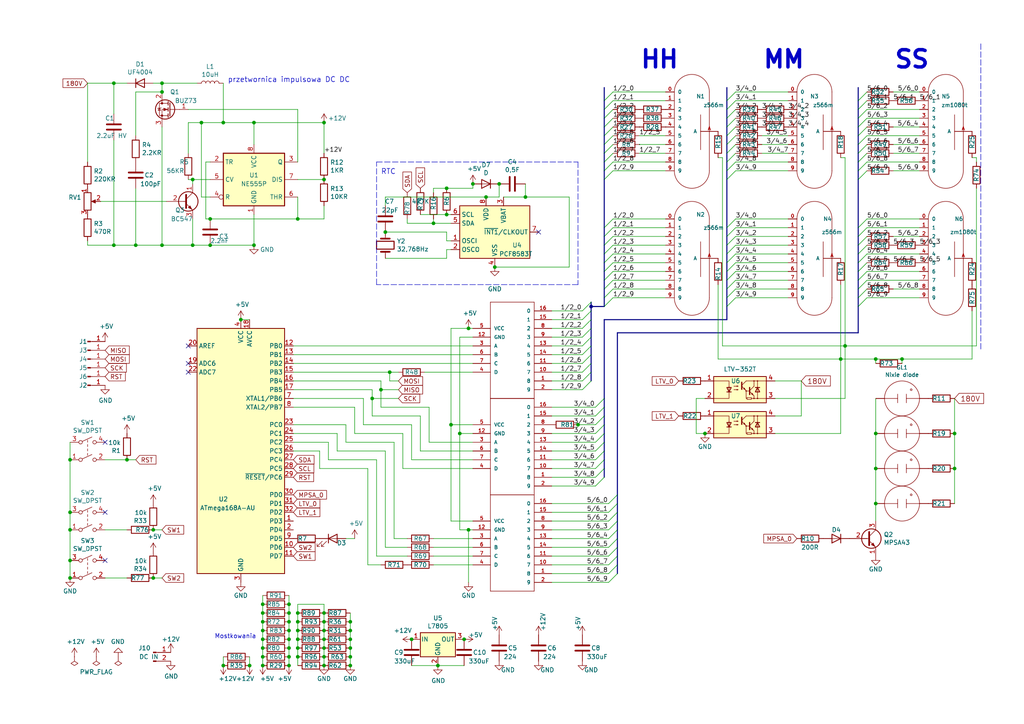
<source format=kicad_sch>
(kicad_sch (version 20211123) (generator eeschema)
  (paper "A4")
  (title_block (title "Nixie Clock 2.0") (date "2022-06-09") (company "Szymon Grzegorzewski"))
  (junction (at 101.6 190.5))
  (junction (at 36.83 133.35))
  (junction (at 86.36 187.96))
  (junction (at 76.2 177.8))
  (junction (at 276.86 135.89))
  (junction (at 44.45 167.64))
  (junction (at 76.2 193.04))
  (junction (at 76.2 175.26))
  (junction (at 137.16 53.34))
  (junction (at 93.98 180.34))
  (junction (at 83.82 177.8))
  (junction (at 86.36 177.8))
  (junction (at 101.6 185.42))
  (junction (at 93.98 185.42))
  (junction (at 60.96 63.5))
  (junction (at 254 125.73))
  (junction (at 276.86 125.73))
  (junction (at 261.62 104.14))
  (junction (at 55.88 71.12))
  (junction (at 76.2 187.96))
  (junction (at 58.42 35.56))
  (junction (at 20.32 133.35))
  (junction (at 20.32 167.64))
  (junction (at 101.6 182.88))
  (junction (at 20.32 148.59))
  (junction (at 101.6 187.96))
  (junction (at 33.02 24.13))
  (junction (at 171.45 88.9))
  (junction (at 93.98 177.8))
  (junction (at 254 104.14))
  (junction (at 46.99 26.67))
  (junction (at 167.64 123.19))
  (junction (at 76.2 182.88))
  (junction (at 107.95 115.57))
  (junction (at 101.6 193.04))
  (junction (at 83.82 190.5))
  (junction (at 76.2 185.42))
  (junction (at 39.37 71.12))
  (junction (at 76.2 190.5))
  (junction (at 83.82 193.04))
  (junction (at 93.98 182.88))
  (junction (at 129.54 54.61))
  (junction (at 93.98 187.96))
  (junction (at 93.98 190.5))
  (junction (at 46.99 71.12))
  (junction (at 135.89 95.25))
  (junction (at 76.2 180.34))
  (junction (at 135.89 153.67))
  (junction (at 83.82 187.96))
  (junction (at 46.99 24.13))
  (junction (at 73.66 35.56))
  (junction (at 64.77 35.56))
  (junction (at 93.98 35.56))
  (junction (at 113.03 107.95))
  (junction (at 86.36 182.88))
  (junction (at 204.47 125.73))
  (junction (at 111.76 67.31))
  (junction (at 130.81 123.19))
  (junction (at 119.38 185.42))
  (junction (at 93.98 193.04))
  (junction (at 127 193.04))
  (junction (at 245.11 100.33))
  (junction (at 152.4 57.15))
  (junction (at 60.96 71.12))
  (junction (at 83.82 180.34))
  (junction (at 86.36 185.42))
  (junction (at 143.51 77.47))
  (junction (at 33.02 71.12))
  (junction (at 20.32 162.56))
  (junction (at 125.73 64.77))
  (junction (at 243.84 104.14))
  (junction (at 254 146.05))
  (junction (at 93.98 52.07))
  (junction (at 86.36 63.5))
  (junction (at 69.85 92.71))
  (junction (at 86.36 190.5))
  (junction (at 73.66 71.12))
  (junction (at 254 135.89))
  (junction (at 72.39 193.04))
  (junction (at 55.88 52.07))
  (junction (at 44.45 153.67))
  (junction (at 110.49 113.03))
  (junction (at 83.82 175.26))
  (junction (at 133.35 125.73))
  (junction (at 20.32 153.67))
  (junction (at 83.82 185.42))
  (junction (at 134.62 185.42))
  (junction (at 86.36 180.34))
  (junction (at 129.54 62.23))
  (junction (at 101.6 180.34))
  (junction (at 140.97 57.15))
  (junction (at 83.82 182.88))
  (junction (at 144.78 53.34))
  (junction (at 64.77 193.04))
  (no_connect (at 156.21 67.31))
  (no_connect (at 30.48 128.27))
  (no_connect (at 30.48 162.56))
  (no_connect (at 54.61 100.33))
  (no_connect (at 30.48 148.59))
  (no_connect (at 54.61 105.41))
  (no_connect (at 54.61 107.95))
  (bus_entry (at 171.45 100.33) (size -2.54 2.54))
  (bus_entry (at 175.26 135.89) (size -2.54 2.54))
  (bus_entry (at 210.82 83.82) (size 2.54 -2.54))
  (bus_entry (at 248.92 29.21) (size 2.54 -2.54))
  (bus_entry (at 175.26 81.28) (size 2.54 -2.54))
  (bus_entry (at 179.07 153.67) (size -2.54 2.54))
  (bus_entry (at 171.45 97.79) (size -2.54 2.54))
  (bus_entry (at 210.82 39.37) (size 2.54 -2.54))
  (bus_entry (at 210.82 86.36) (size 2.54 -2.54))
  (bus_entry (at 175.26 71.12) (size 2.54 -2.54))
  (bus_entry (at 175.26 125.73) (size -2.54 2.54))
  (bus_entry (at 210.82 81.28) (size 2.54 -2.54))
  (bus_entry (at 175.26 138.43) (size -2.54 2.54))
  (bus_entry (at 248.92 44.45) (size 2.54 -2.54))
  (bus_entry (at 175.26 118.11) (size -2.54 2.54))
  (bus_entry (at 179.07 166.37) (size -2.54 2.54))
  (bus_entry (at 171.45 107.95) (size -2.54 2.54))
  (bus_entry (at 210.82 66.04) (size 2.54 -2.54))
  (bus_entry (at 175.26 115.57) (size -2.54 2.54))
  (bus_entry (at 171.45 110.49) (size -2.54 2.54))
  (bus_entry (at 179.07 143.51) (size -2.54 2.54))
  (bus_entry (at 210.82 68.58) (size 2.54 -2.54))
  (bus_entry (at 179.07 156.21) (size -2.54 2.54))
  (bus_entry (at 210.82 73.66) (size 2.54 -2.54))
  (bus_entry (at 171.45 87.63) (size -2.54 2.54))
  (bus_entry (at 210.82 41.91) (size 2.54 -2.54))
  (bus_entry (at 248.92 71.12) (size 2.54 -2.54))
  (bus_entry (at 248.92 68.58) (size 2.54 -2.54))
  (bus_entry (at 210.82 44.45) (size 2.54 -2.54))
  (bus_entry (at 179.07 151.13) (size -2.54 2.54))
  (bus_entry (at 175.26 130.81) (size -2.54 2.54))
  (bus_entry (at 248.92 78.74) (size 2.54 -2.54))
  (bus_entry (at 248.92 66.04) (size 2.54 -2.54))
  (bus_entry (at 171.45 95.25) (size -2.54 2.54))
  (bus_entry (at 248.92 88.9) (size 2.54 -2.54))
  (bus_entry (at 248.92 76.2) (size 2.54 -2.54))
  (bus_entry (at 179.07 158.75) (size -2.54 2.54))
  (bus_entry (at 171.45 102.87) (size -2.54 2.54))
  (bus_entry (at 248.92 83.82) (size 2.54 -2.54))
  (bus_entry (at 210.82 88.9) (size 2.54 -2.54))
  (bus_entry (at 179.07 146.05) (size -2.54 2.54))
  (bus_entry (at 248.92 52.07) (size 2.54 -2.54))
  (bus_entry (at 179.07 148.59) (size -2.54 2.54))
  (bus_entry (at 248.92 86.36) (size 2.54 -2.54))
  (bus_entry (at 248.92 41.91) (size 2.54 -2.54))
  (bus_entry (at 248.92 46.99) (size 2.54 -2.54))
  (bus_entry (at 248.92 49.53) (size 2.54 -2.54))
  (bus_entry (at 248.92 39.37) (size 2.54 -2.54))
  (bus_entry (at 175.26 120.65) (size -2.54 2.54))
  (bus_entry (at 210.82 34.29) (size 2.54 -2.54))
  (bus_entry (at 171.45 90.17) (size -2.54 2.54))
  (bus_entry (at 175.26 88.9) (size 2.54 -2.54))
  (bus_entry (at 171.45 105.41) (size -2.54 2.54))
  (bus_entry (at 210.82 36.83) (size 2.54 -2.54))
  (bus_entry (at 175.26 78.74) (size 2.54 -2.54))
  (bus_entry (at 248.92 31.75) (size 2.54 -2.54))
  (bus_entry (at 175.26 66.04) (size 2.54 -2.54))
  (bus_entry (at 179.07 161.29) (size -2.54 2.54))
  (bus_entry (at 248.92 81.28) (size 2.54 -2.54))
  (bus_entry (at 210.82 78.74) (size 2.54 -2.54))
  (bus_entry (at 210.82 52.07) (size 2.54 -2.54))
  (bus_entry (at 175.26 123.19) (size -2.54 2.54))
  (bus_entry (at 248.92 34.29) (size 2.54 -2.54))
  (bus_entry (at 210.82 49.53) (size 2.54 -2.54))
  (bus_entry (at 175.26 73.66) (size 2.54 -2.54))
  (bus_entry (at 210.82 71.12) (size 2.54 -2.54))
  (bus_entry (at 175.26 83.82) (size 2.54 -2.54))
  (bus_entry (at 210.82 46.99) (size 2.54 -2.54))
  (bus_entry (at 248.92 73.66) (size 2.54 -2.54))
  (bus_entry (at 210.82 29.21) (size 2.54 -2.54))
  (bus_entry (at 175.26 128.27) (size -2.54 2.54))
  (bus_entry (at 175.26 86.36) (size 2.54 -2.54))
  (bus_entry (at 175.26 76.2) (size 2.54 -2.54))
  (bus_entry (at 210.82 31.75) (size 2.54 -2.54))
  (bus_entry (at 210.82 76.2) (size 2.54 -2.54))
  (bus_entry (at 179.07 163.83) (size -2.54 2.54))
  (bus_entry (at 248.92 36.83) (size 2.54 -2.54))
  (bus_entry (at 175.26 68.58) (size 2.54 -2.54))
  (bus_entry (at 175.26 52.07) (size 2.54 -2.54))
  (bus_entry (at 175.26 49.53) (size 2.54 -2.54))
  (bus_entry (at 175.26 39.37) (size 2.54 -2.54))
  (bus_entry (at 175.26 41.91) (size 2.54 -2.54))
  (bus_entry (at 175.26 44.45) (size 2.54 -2.54))
  (bus_entry (at 175.26 46.99) (size 2.54 -2.54))
  (bus_entry (at 175.26 29.21) (size 2.54 -2.54))
  (bus_entry (at 175.26 31.75) (size 2.54 -2.54))
  (bus_entry (at 175.26 34.29) (size 2.54 -2.54))
  (bus_entry (at 175.26 36.83) (size 2.54 -2.54))
  (bus_entry (at 175.26 133.35) (size -2.54 2.54))
  (bus_entry (at 171.45 92.71) (size -2.54 2.54))
  (wire (pts (xy 213.36 76.2) (xy 228.6 76.2)))
  (wire (pts (xy 133.35 125.73) (xy 137.16 125.73)))
  (wire (pts (xy 118.11 64.77) (xy 125.73 64.77)))
  (bus (pts (xy 175.26 125.73) (xy 175.26 128.27)))
  (wire (pts (xy 33.02 71.12) (xy 39.37 71.12)))
  (wire (pts (xy 160.02 95.25) (xy 168.91 95.25)))
  (wire (pts (xy 220.98 44.45) (xy 228.6 44.45)))
  (wire (pts (xy 86.36 190.5) (xy 86.36 187.96)))
  (wire (pts (xy 276.86 146.05) (xy 276.86 135.89)))
  (bus (pts (xy 210.82 25.4) (xy 210.82 29.21)))
  (wire (pts (xy 95.25 133.35) (xy 109.22 133.35)))
  (wire (pts (xy 33.02 40.64) (xy 33.02 71.12)))
  (wire (pts (xy 125.73 156.21) (xy 137.16 156.21)))
  (wire (pts (xy 245.11 100.33) (xy 283.21 100.33)))
  (bus (pts (xy 248.92 52.07) (xy 248.92 66.04)))
  (wire (pts (xy 107.95 113.03) (xy 107.95 115.57)))
  (wire (pts (xy 177.8 29.21) (xy 193.04 29.21)))
  (bus (pts (xy 248.92 25.4) (xy 248.92 29.21)))
  (bus (pts (xy 248.92 31.75) (xy 248.92 34.29)))
  (wire (pts (xy 213.36 83.82) (xy 228.6 83.82)))
  (bus (pts (xy 248.92 68.58) (xy 248.92 71.12)))
  (wire (pts (xy 76.2 187.96) (xy 76.2 185.42)))
  (wire (pts (xy 46.99 36.83) (xy 46.99 71.12)))
  (wire (pts (xy 86.36 63.5) (xy 93.98 63.5)))
  (wire (pts (xy 144.78 53.34) (xy 144.78 57.15)))
  (wire (pts (xy 106.68 163.83) (xy 110.49 163.83)))
  (wire (pts (xy 86.36 57.15) (xy 86.36 63.5)))
  (wire (pts (xy 224.79 115.57) (xy 245.11 115.57)))
  (wire (pts (xy 160.02 163.83) (xy 176.53 163.83)))
  (wire (pts (xy 20.32 148.59) (xy 20.32 153.67)))
  (bus (pts (xy 248.92 83.82) (xy 248.92 86.36)))
  (wire (pts (xy 29.21 58.42) (xy 48.26 58.42)))
  (wire (pts (xy 135.89 153.67) (xy 135.89 168.91)))
  (wire (pts (xy 208.28 82.55) (xy 208.28 104.14)))
  (bus (pts (xy 175.26 123.19) (xy 175.26 125.73)))
  (wire (pts (xy 177.8 76.2) (xy 193.04 76.2)))
  (wire (pts (xy 111.76 59.69) (xy 111.76 57.15)))
  (wire (pts (xy 160.02 113.03) (xy 168.91 113.03)))
  (wire (pts (xy 76.2 193.04) (xy 76.2 190.5)))
  (wire (pts (xy 76.2 185.42) (xy 76.2 182.88)))
  (wire (pts (xy 119.38 123.19) (xy 119.38 133.35)))
  (wire (pts (xy 113.03 110.49) (xy 113.03 107.95)))
  (wire (pts (xy 46.99 153.67) (xy 44.45 153.67)))
  (wire (pts (xy 86.36 52.07) (xy 93.98 52.07)))
  (bus (pts (xy 175.26 81.28) (xy 175.26 83.82)))
  (wire (pts (xy 86.36 175.26) (xy 93.98 175.26)))
  (wire (pts (xy 259.08 68.58) (xy 266.7 68.58)))
  (wire (pts (xy 140.97 57.15) (xy 144.78 57.15)))
  (wire (pts (xy 160.02 166.37) (xy 176.53 166.37)))
  (wire (pts (xy 83.82 180.34) (xy 83.82 177.8)))
  (wire (pts (xy 254 104.14) (xy 254 105.41)))
  (wire (pts (xy 57.15 24.13) (xy 46.99 24.13)))
  (bus (pts (xy 175.26 86.36) (xy 175.26 88.9)))
  (wire (pts (xy 125.73 54.61) (xy 129.54 54.61)))
  (wire (pts (xy 213.36 26.67) (xy 228.6 26.67)))
  (wire (pts (xy 83.82 175.26) (xy 83.82 172.72)))
  (bus (pts (xy 210.82 83.82) (xy 210.82 86.36)))
  (bus (pts (xy 210.82 92.71) (xy 210.82 88.9)))
  (wire (pts (xy 220.98 39.37) (xy 228.6 39.37)))
  (wire (pts (xy 85.09 110.49) (xy 110.49 110.49)))
  (wire (pts (xy 160.02 92.71) (xy 168.91 92.71)))
  (wire (pts (xy 60.96 57.15) (xy 58.42 57.15)))
  (wire (pts (xy 254 135.89) (xy 254 146.05)))
  (wire (pts (xy 160.02 133.35) (xy 172.72 133.35)))
  (wire (pts (xy 243.84 82.55) (xy 243.84 104.14)))
  (bus (pts (xy 175.26 66.04) (xy 175.26 68.58)))
  (bus (pts (xy 175.26 130.81) (xy 175.26 133.35)))
  (wire (pts (xy 83.82 193.04) (xy 83.82 190.5)))
  (wire (pts (xy 259.08 49.53) (xy 266.7 49.53)))
  (wire (pts (xy 125.73 163.83) (xy 137.16 163.83)))
  (bus (pts (xy 171.45 105.41) (xy 171.45 107.95)))
  (wire (pts (xy 251.46 46.99) (xy 266.7 46.99)))
  (wire (pts (xy 107.95 120.65) (xy 121.92 120.65)))
  (wire (pts (xy 20.32 133.35) (xy 20.32 148.59)))
  (wire (pts (xy 109.22 161.29) (xy 118.11 161.29)))
  (wire (pts (xy 160.02 128.27) (xy 172.72 128.27)))
  (wire (pts (xy 105.41 123.19) (xy 119.38 123.19)))
  (wire (pts (xy 64.77 193.04) (xy 64.77 190.5)))
  (wire (pts (xy 220.98 41.91) (xy 228.6 41.91)))
  (bus (pts (xy 210.82 36.83) (xy 210.82 39.37)))
  (wire (pts (xy 160.02 120.65) (xy 172.72 120.65)))
  (wire (pts (xy 86.36 180.34) (xy 86.36 177.8)))
  (bus (pts (xy 175.26 41.91) (xy 175.26 44.45)))
  (wire (pts (xy 276.86 135.89) (xy 276.86 125.73)))
  (wire (pts (xy 130.81 123.19) (xy 137.16 123.19)))
  (wire (pts (xy 100.33 128.27) (xy 114.3 128.27)))
  (wire (pts (xy 85.09 115.57) (xy 105.41 115.57)))
  (wire (pts (xy 261.62 104.14) (xy 281.94 104.14)))
  (wire (pts (xy 93.98 187.96) (xy 93.98 190.5)))
  (polyline (pts (xy 284.48 12.7) (xy 284.48 101.6)))
  (bus (pts (xy 175.26 128.27) (xy 175.26 130.81)))
  (wire (pts (xy 125.73 55.88) (xy 125.73 54.61)))
  (wire (pts (xy 85.09 125.73) (xy 97.79 125.73)))
  (wire (pts (xy 64.77 35.56) (xy 73.66 35.56)))
  (wire (pts (xy 137.16 97.79) (xy 133.35 97.79)))
  (wire (pts (xy 83.82 177.8) (xy 83.82 175.26)))
  (wire (pts (xy 251.46 31.75) (xy 266.7 31.75)))
  (wire (pts (xy 105.41 115.57) (xy 105.41 123.19)))
  (wire (pts (xy 208.28 104.14) (xy 243.84 104.14)))
  (wire (pts (xy 160.02 135.89) (xy 172.72 135.89)))
  (wire (pts (xy 39.37 54.61) (xy 39.37 71.12)))
  (wire (pts (xy 160.02 151.13) (xy 176.53 151.13)))
  (wire (pts (xy 95.25 128.27) (xy 95.25 133.35)))
  (wire (pts (xy 160.02 140.97) (xy 172.72 140.97)))
  (wire (pts (xy 20.32 162.56) (xy 20.32 167.64)))
  (wire (pts (xy 114.3 156.21) (xy 118.11 156.21)))
  (bus (pts (xy 171.45 87.63) (xy 171.45 88.9)))
  (wire (pts (xy 160.02 168.91) (xy 176.53 168.91)))
  (wire (pts (xy 133.35 125.73) (xy 133.35 153.67)))
  (bus (pts (xy 210.82 31.75) (xy 210.82 34.29)))
  (wire (pts (xy 119.38 193.04) (xy 127 193.04)))
  (wire (pts (xy 213.36 73.66) (xy 228.6 73.66)))
  (wire (pts (xy 160.02 138.43) (xy 172.72 138.43)))
  (wire (pts (xy 110.49 113.03) (xy 110.49 118.11)))
  (wire (pts (xy 72.39 193.04) (xy 72.39 190.5)))
  (wire (pts (xy 251.46 63.5) (xy 266.7 63.5)))
  (wire (pts (xy 76.2 177.8) (xy 76.2 175.26)))
  (bus (pts (xy 248.92 36.83) (xy 248.92 39.37)))
  (bus (pts (xy 179.07 158.75) (xy 179.07 161.29)))
  (wire (pts (xy 118.11 63.5) (xy 118.11 64.77)))
  (wire (pts (xy 97.79 130.81) (xy 111.76 130.81)))
  (wire (pts (xy 201.93 125.73) (xy 201.93 115.57)))
  (wire (pts (xy 213.36 46.99) (xy 228.6 46.99)))
  (bus (pts (xy 179.07 161.29) (xy 179.07 163.83)))
  (wire (pts (xy 59.69 63.5) (xy 59.69 46.99)))
  (wire (pts (xy 85.09 130.81) (xy 92.71 130.81)))
  (bus (pts (xy 179.07 146.05) (xy 179.07 148.59)))
  (wire (pts (xy 251.46 73.66) (xy 266.7 73.66)))
  (wire (pts (xy 101.6 193.04) (xy 101.6 190.5)))
  (wire (pts (xy 55.88 53.34) (xy 55.88 52.07)))
  (wire (pts (xy 101.6 177.8) (xy 101.6 180.34)))
  (wire (pts (xy 116.84 135.89) (xy 137.16 135.89)))
  (wire (pts (xy 259.08 41.91) (xy 266.7 41.91)))
  (wire (pts (xy 160.02 125.73) (xy 172.72 125.73)))
  (wire (pts (xy 76.2 175.26) (xy 76.2 172.72)))
  (bus (pts (xy 175.26 71.12) (xy 175.26 73.66)))
  (wire (pts (xy 86.36 182.88) (xy 86.36 180.34)))
  (bus (pts (xy 171.45 100.33) (xy 171.45 102.87)))
  (wire (pts (xy 58.42 35.56) (xy 54.61 35.56)))
  (wire (pts (xy 243.84 104.14) (xy 254 104.14)))
  (wire (pts (xy 251.46 86.36) (xy 266.7 86.36)))
  (bus (pts (xy 175.26 29.21) (xy 175.26 31.75)))
  (bus (pts (xy 248.92 49.53) (xy 248.92 52.07)))
  (wire (pts (xy 160.02 148.59) (xy 176.53 148.59)))
  (wire (pts (xy 60.96 63.5) (xy 86.36 63.5)))
  (wire (pts (xy 129.54 54.61) (xy 137.16 54.61)))
  (wire (pts (xy 129.54 67.31) (xy 129.54 69.85)))
  (wire (pts (xy 129.54 72.39) (xy 130.81 72.39)))
  (wire (pts (xy 101.6 185.42) (xy 101.6 187.96)))
  (wire (pts (xy 213.36 81.28) (xy 228.6 81.28)))
  (wire (pts (xy 160.02 90.17) (xy 168.91 90.17)))
  (wire (pts (xy 281.94 104.14) (xy 281.94 90.17)))
  (bus (pts (xy 171.45 90.17) (xy 171.45 92.71)))
  (wire (pts (xy 281.94 45.72) (xy 283.21 45.72)))
  (bus (pts (xy 175.26 36.83) (xy 175.26 39.37)))
  (bus (pts (xy 248.92 71.12) (xy 248.92 73.66)))
  (wire (pts (xy 251.46 78.74) (xy 266.7 78.74)))
  (wire (pts (xy 97.79 125.73) (xy 97.79 130.81)))
  (wire (pts (xy 276.86 125.73) (xy 276.86 115.57)))
  (wire (pts (xy 160.02 118.11) (xy 172.72 118.11)))
  (wire (pts (xy 46.99 71.12) (xy 55.88 71.12)))
  (bus (pts (xy 179.07 96.52) (xy 248.92 96.52)))
  (wire (pts (xy 135.89 95.25) (xy 130.81 95.25)))
  (wire (pts (xy 152.4 57.15) (xy 165.1 57.15)))
  (wire (pts (xy 93.98 190.5) (xy 93.98 193.04)))
  (wire (pts (xy 201.93 115.57) (xy 204.47 115.57)))
  (bus (pts (xy 210.82 68.58) (xy 210.82 71.12)))
  (wire (pts (xy 165.1 57.15) (xy 165.1 77.47)))
  (wire (pts (xy 119.38 133.35) (xy 137.16 133.35)))
  (wire (pts (xy 133.35 97.79) (xy 133.35 125.73)))
  (wire (pts (xy 92.71 135.89) (xy 106.68 135.89)))
  (bus (pts (xy 210.82 81.28) (xy 210.82 83.82)))
  (bus (pts (xy 210.82 71.12) (xy 210.82 73.66)))
  (bus (pts (xy 179.07 148.59) (xy 179.07 151.13)))
  (wire (pts (xy 224.79 110.49) (xy 232.41 110.49)))
  (wire (pts (xy 83.82 182.88) (xy 83.82 180.34)))
  (bus (pts (xy 175.26 44.45) (xy 175.26 46.99)))
  (wire (pts (xy 109.22 133.35) (xy 109.22 161.29)))
  (bus (pts (xy 175.26 31.75) (xy 175.26 34.29)))
  (wire (pts (xy 177.8 68.58) (xy 193.04 68.58)))
  (bus (pts (xy 175.26 78.74) (xy 175.26 81.28)))
  (bus (pts (xy 175.26 34.29) (xy 175.26 36.83)))
  (bus (pts (xy 171.45 107.95) (xy 171.45 110.49)))
  (wire (pts (xy 85.09 107.95) (xy 113.03 107.95)))
  (wire (pts (xy 124.46 118.11) (xy 124.46 128.27)))
  (wire (pts (xy 208.28 45.72) (xy 209.55 45.72)))
  (wire (pts (xy 160.02 105.41) (xy 168.91 105.41)))
  (wire (pts (xy 58.42 57.15) (xy 58.42 35.56)))
  (wire (pts (xy 213.36 68.58) (xy 228.6 68.58)))
  (wire (pts (xy 259.08 83.82) (xy 266.7 83.82)))
  (wire (pts (xy 25.4 71.12) (xy 25.4 69.85)))
  (wire (pts (xy 93.98 63.5) (xy 93.98 59.69)))
  (bus (pts (xy 171.45 102.87) (xy 171.45 105.41)))
  (wire (pts (xy 213.36 86.36) (xy 228.6 86.36)))
  (wire (pts (xy 102.87 118.11) (xy 102.87 125.73)))
  (wire (pts (xy 85.09 118.11) (xy 102.87 118.11)))
  (wire (pts (xy 76.2 182.88) (xy 76.2 180.34)))
  (bus (pts (xy 248.92 39.37) (xy 248.92 41.91)))
  (wire (pts (xy 245.11 45.72) (xy 245.11 100.33)))
  (wire (pts (xy 39.37 26.67) (xy 46.99 26.67)))
  (wire (pts (xy 111.76 130.81) (xy 111.76 158.75)))
  (wire (pts (xy 261.62 104.14) (xy 261.62 105.41)))
  (wire (pts (xy 20.32 128.27) (xy 20.32 133.35)))
  (wire (pts (xy 160.02 130.81) (xy 172.72 130.81)))
  (wire (pts (xy 114.3 128.27) (xy 114.3 156.21)))
  (wire (pts (xy 101.6 187.96) (xy 101.6 190.5)))
  (wire (pts (xy 185.42 44.45) (xy 193.04 44.45)))
  (wire (pts (xy 127 193.04) (xy 134.62 193.04)))
  (wire (pts (xy 113.03 107.95) (xy 115.57 107.95)))
  (wire (pts (xy 245.11 115.57) (xy 245.11 100.33)))
  (bus (pts (xy 248.92 44.45) (xy 248.92 46.99)))
  (wire (pts (xy 107.95 115.57) (xy 115.57 115.57)))
  (wire (pts (xy 209.55 45.72) (xy 209.55 100.33)))
  (wire (pts (xy 86.36 187.96) (xy 86.36 185.42)))
  (wire (pts (xy 125.73 64.77) (xy 130.81 64.77)))
  (wire (pts (xy 60.96 63.5) (xy 59.69 63.5)))
  (wire (pts (xy 121.92 62.23) (xy 129.54 62.23)))
  (bus (pts (xy 210.82 34.29) (xy 210.82 36.83)))
  (bus (pts (xy 248.92 96.52) (xy 248.92 88.9)))
  (wire (pts (xy 177.8 49.53) (xy 193.04 49.53)))
  (wire (pts (xy 251.46 34.29) (xy 266.7 34.29)))
  (wire (pts (xy 100.33 123.19) (xy 100.33 128.27)))
  (wire (pts (xy 36.83 133.35) (xy 30.48 133.35)))
  (wire (pts (xy 213.36 66.04) (xy 228.6 66.04)))
  (wire (pts (xy 54.61 52.07) (xy 55.88 52.07)))
  (bus (pts (xy 175.26 39.37) (xy 175.26 41.91)))
  (wire (pts (xy 39.37 39.37) (xy 39.37 26.67)))
  (wire (pts (xy 85.09 113.03) (xy 107.95 113.03)))
  (polyline (pts (xy 167.64 46.99) (xy 167.64 82.55)))
  (wire (pts (xy 125.73 161.29) (xy 137.16 161.29)))
  (bus (pts (xy 175.26 52.07) (xy 175.26 66.04)))
  (wire (pts (xy 116.84 125.73) (xy 116.84 135.89)))
  (wire (pts (xy 213.36 63.5) (xy 228.6 63.5)))
  (wire (pts (xy 133.35 153.67) (xy 135.89 153.67)))
  (wire (pts (xy 135.89 153.67) (xy 137.16 153.67)))
  (wire (pts (xy 177.8 81.28) (xy 193.04 81.28)))
  (wire (pts (xy 160.02 158.75) (xy 176.53 158.75)))
  (bus (pts (xy 210.82 46.99) (xy 210.82 49.53)))
  (wire (pts (xy 39.37 133.35) (xy 36.83 133.35)))
  (wire (pts (xy 64.77 24.13) (xy 64.77 35.56)))
  (wire (pts (xy 232.41 120.65) (xy 232.41 110.49)))
  (bus (pts (xy 210.82 39.37) (xy 210.82 41.91)))
  (wire (pts (xy 46.99 26.67) (xy 46.99 24.13)))
  (wire (pts (xy 254 146.05) (xy 254 151.13)))
  (bus (pts (xy 175.26 135.89) (xy 175.26 138.43)))
  (wire (pts (xy 110.49 113.03) (xy 115.57 113.03)))
  (bus (pts (xy 248.92 81.28) (xy 248.92 83.82)))
  (bus (pts (xy 210.82 29.21) (xy 210.82 31.75)))
  (bus (pts (xy 175.26 68.58) (xy 175.26 71.12)))
  (bus (pts (xy 179.07 156.21) (xy 179.07 158.75)))
  (wire (pts (xy 152.4 53.34) (xy 152.4 57.15)))
  (bus (pts (xy 175.26 133.35) (xy 175.26 135.89)))
  (wire (pts (xy 86.36 193.04) (xy 86.36 190.5)))
  (wire (pts (xy 251.46 81.28) (xy 266.7 81.28)))
  (wire (pts (xy 213.36 71.12) (xy 228.6 71.12)))
  (wire (pts (xy 130.81 95.25) (xy 130.81 123.19)))
  (wire (pts (xy 243.84 45.72) (xy 245.11 45.72)))
  (wire (pts (xy 177.8 46.99) (xy 193.04 46.99)))
  (polyline (pts (xy 109.22 46.99) (xy 167.64 46.99)))
  (wire (pts (xy 166.37 123.19) (xy 167.64 123.19)))
  (bus (pts (xy 175.26 49.53) (xy 175.26 52.07)))
  (wire (pts (xy 85.09 102.87) (xy 137.16 102.87)))
  (wire (pts (xy 83.82 185.42) (xy 83.82 182.88)))
  (bus (pts (xy 248.92 41.91) (xy 248.92 44.45)))
  (wire (pts (xy 160.02 156.21) (xy 176.53 156.21)))
  (bus (pts (xy 248.92 29.21) (xy 248.92 31.75)))
  (bus (pts (xy 171.45 88.9) (xy 171.45 90.17)))
  (wire (pts (xy 73.66 62.23) (xy 73.66 71.12)))
  (wire (pts (xy 76.2 180.34) (xy 76.2 177.8)))
  (wire (pts (xy 160.02 100.33) (xy 168.91 100.33)))
  (bus (pts (xy 175.26 76.2) (xy 175.26 78.74)))
  (wire (pts (xy 60.96 71.12) (xy 73.66 71.12)))
  (bus (pts (xy 210.82 73.66) (xy 210.82 76.2)))
  (wire (pts (xy 93.98 180.34) (xy 93.98 182.88)))
  (wire (pts (xy 85.09 105.41) (xy 137.16 105.41)))
  (bus (pts (xy 210.82 44.45) (xy 210.82 46.99)))
  (wire (pts (xy 33.02 33.02) (xy 33.02 24.13)))
  (bus (pts (xy 171.45 95.25) (xy 171.45 97.79)))
  (wire (pts (xy 259.08 44.45) (xy 266.7 44.45)))
  (wire (pts (xy 58.42 35.56) (xy 64.77 35.56)))
  (wire (pts (xy 55.88 52.07) (xy 60.96 52.07)))
  (wire (pts (xy 204.47 125.73) (xy 201.93 125.73)))
  (wire (pts (xy 36.83 153.67) (xy 30.48 153.67)))
  (bus (pts (xy 248.92 46.99) (xy 248.92 49.53)))
  (bus (pts (xy 248.92 66.04) (xy 248.92 68.58)))
  (bus (pts (xy 175.26 118.11) (xy 175.26 120.65)))
  (wire (pts (xy 46.99 24.13) (xy 44.45 24.13)))
  (wire (pts (xy 160.02 153.67) (xy 176.53 153.67)))
  (wire (pts (xy 124.46 128.27) (xy 137.16 128.27)))
  (wire (pts (xy 72.39 92.71) (xy 69.85 92.71)))
  (bus (pts (xy 248.92 78.74) (xy 248.92 81.28)))
  (bus (pts (xy 179.07 151.13) (xy 179.07 153.67)))
  (bus (pts (xy 179.07 163.83) (xy 179.07 166.37)))
  (bus (pts (xy 210.82 66.04) (xy 210.82 68.58)))
  (wire (pts (xy 130.81 123.19) (xy 130.81 151.13)))
  (wire (pts (xy 54.61 35.56) (xy 54.61 44.45)))
  (wire (pts (xy 93.98 185.42) (xy 93.98 187.96)))
  (wire (pts (xy 111.76 57.15) (xy 140.97 57.15)))
  (wire (pts (xy 146.05 57.15) (xy 152.4 57.15)))
  (bus (pts (xy 179.07 153.67) (xy 179.07 156.21)))
  (wire (pts (xy 83.82 190.5) (xy 83.82 187.96)))
  (wire (pts (xy 160.02 161.29) (xy 176.53 161.29)))
  (wire (pts (xy 107.95 115.57) (xy 107.95 120.65)))
  (wire (pts (xy 160.02 102.87) (xy 168.91 102.87)))
  (wire (pts (xy 259.08 36.83) (xy 266.7 36.83)))
  (wire (pts (xy 213.36 78.74) (xy 228.6 78.74)))
  (wire (pts (xy 177.8 73.66) (xy 193.04 73.66)))
  (wire (pts (xy 111.76 158.75) (xy 118.11 158.75)))
  (wire (pts (xy 224.79 120.65) (xy 232.41 120.65)))
  (wire (pts (xy 245.11 100.33) (xy 209.55 100.33)))
  (wire (pts (xy 73.66 41.91) (xy 73.66 35.56)))
  (bus (pts (xy 210.82 49.53) (xy 210.82 52.07)))
  (wire (pts (xy 93.98 177.8) (xy 93.98 180.34)))
  (wire (pts (xy 25.4 24.13) (xy 33.02 24.13)))
  (bus (pts (xy 179.07 143.51) (xy 179.07 96.52)))
  (bus (pts (xy 175.26 73.66) (xy 175.26 76.2)))
  (wire (pts (xy 213.36 49.53) (xy 228.6 49.53)))
  (wire (pts (xy 224.79 125.73) (xy 243.84 125.73)))
  (wire (pts (xy 259.08 26.67) (xy 266.7 26.67)))
  (wire (pts (xy 110.49 110.49) (xy 110.49 113.03)))
  (wire (pts (xy 86.36 31.75) (xy 54.61 31.75)))
  (wire (pts (xy 251.46 66.04) (xy 266.7 66.04)))
  (wire (pts (xy 160.02 107.95) (xy 168.91 107.95)))
  (wire (pts (xy 185.42 39.37) (xy 193.04 39.37)))
  (wire (pts (xy 102.87 156.21) (xy 100.33 156.21)))
  (wire (pts (xy 93.98 182.88) (xy 93.98 185.42)))
  (wire (pts (xy 46.99 167.64) (xy 44.45 167.64)))
  (wire (pts (xy 59.69 46.99) (xy 60.96 46.99)))
  (polyline (pts (xy 167.64 82.55) (xy 109.22 82.55)))
  (wire (pts (xy 121.92 120.65) (xy 121.92 130.81)))
  (wire (pts (xy 137.16 95.25) (xy 135.89 95.25)))
  (bus (pts (xy 210.82 76.2) (xy 210.82 78.74)))
  (wire (pts (xy 129.54 74.93) (xy 129.54 72.39)))
  (bus (pts (xy 179.07 143.51) (xy 179.07 146.05)))
  (wire (pts (xy 160.02 110.49) (xy 168.91 110.49)))
  (wire (pts (xy 85.09 128.27) (xy 95.25 128.27)))
  (bus (pts (xy 248.92 73.66) (xy 248.92 76.2)))
  (wire (pts (xy 129.54 62.23) (xy 130.81 62.23)))
  (wire (pts (xy 110.49 118.11) (xy 124.46 118.11)))
  (wire (pts (xy 254 115.57) (xy 254 125.73)))
  (wire (pts (xy 73.66 35.56) (xy 93.98 35.56)))
  (bus (pts (xy 210.82 52.07) (xy 210.82 66.04)))
  (bus (pts (xy 175.26 120.65) (xy 175.26 123.19)))
  (wire (pts (xy 177.8 83.82) (xy 193.04 83.82)))
  (wire (pts (xy 165.1 77.47) (xy 143.51 77.47)))
  (wire (pts (xy 86.36 177.8) (xy 86.36 175.26)))
  (wire (pts (xy 55.88 71.12) (xy 60.96 71.12)))
  (wire (pts (xy 85.09 100.33) (xy 137.16 100.33)))
  (wire (pts (xy 177.8 86.36) (xy 193.04 86.36)))
  (polyline (pts (xy 109.22 82.55) (xy 109.22 46.99)))
  (wire (pts (xy 177.8 78.74) (xy 193.04 78.74)))
  (wire (pts (xy 185.42 41.91) (xy 193.04 41.91)))
  (wire (pts (xy 160.02 97.79) (xy 168.91 97.79)))
  (bus (pts (xy 210.82 86.36) (xy 210.82 88.9)))
  (bus (pts (xy 175.26 115.57) (xy 175.26 92.71)))
  (wire (pts (xy 283.21 45.72) (xy 283.21 46.99)))
  (wire (pts (xy 125.73 158.75) (xy 137.16 158.75)))
  (wire (pts (xy 177.8 26.67) (xy 193.04 26.67)))
  (bus (pts (xy 175.26 25.4) (xy 175.26 29.21)))
  (wire (pts (xy 101.6 180.34) (xy 101.6 182.88)))
  (wire (pts (xy 129.54 69.85) (xy 130.81 69.85)))
  (bus (pts (xy 171.45 97.79) (xy 171.45 100.33)))
  (wire (pts (xy 101.6 182.88) (xy 101.6 185.42)))
  (wire (pts (xy 177.8 71.12) (xy 193.04 71.12)))
  (bus (pts (xy 171.45 88.9) (xy 175.26 88.9)))
  (wire (pts (xy 33.02 24.13) (xy 36.83 24.13)))
  (bus (pts (xy 175.26 46.99) (xy 175.26 49.53)))
  (wire (pts (xy 177.8 63.5) (xy 193.04 63.5)))
  (wire (pts (xy 251.46 39.37) (xy 266.7 39.37)))
  (bus (pts (xy 248.92 76.2) (xy 248.92 78.74)))
  (wire (pts (xy 160.02 146.05) (xy 176.53 146.05)))
  (bus (pts (xy 175.26 115.57) (xy 175.26 118.11)))
  (wire (pts (xy 86.36 46.99) (xy 86.36 31.75)))
  (wire (pts (xy 111.76 67.31) (xy 129.54 67.31)))
  (wire (pts (xy 283.21 54.61) (xy 283.21 100.33)))
  (bus (pts (xy 175.26 83.82) (xy 175.26 86.36)))
  (bus (pts (xy 171.45 92.71) (xy 171.45 95.25)))
  (wire (pts (xy 25.4 71.12) (xy 33.02 71.12)))
  (wire (pts (xy 93.98 175.26) (xy 93.98 177.8)))
  (wire (pts (xy 167.64 123.19) (xy 172.72 123.19)))
  (wire (pts (xy 254 104.14) (xy 261.62 104.14)))
  (wire (pts (xy 123.19 107.95) (xy 137.16 107.95)))
  (wire (pts (xy 20.32 162.56) (xy 20.32 153.67)))
  (wire (pts (xy 106.68 135.89) (xy 106.68 163.83)))
  (bus (pts (xy 210.82 41.91) (xy 210.82 44.45)))
  (wire (pts (xy 130.81 151.13) (xy 137.16 151.13)))
  (bus (pts (xy 248.92 34.29) (xy 248.92 36.83)))
  (wire (pts (xy 85.09 123.19) (xy 100.33 123.19)))
  (bus (pts (xy 175.26 92.71) (xy 210.82 92.71)))
  (wire (pts (xy 36.83 167.64) (xy 30.48 167.64)))
  (wire (pts (xy 93.98 35.56) (xy 93.98 44.45)))
  (wire (pts (xy 83.82 187.96) (xy 83.82 185.42)))
  (wire (pts (xy 243.84 125.73) (xy 243.84 104.14)))
  (wire (pts (xy 213.36 29.21) (xy 228.6 29.21)))
  (wire (pts (xy 25.4 24.13) (xy 25.4 46.99)))
  (wire (pts (xy 92.71 130.81) (xy 92.71 135.89)))
  (wire (pts (xy 121.92 130.81) (xy 137.16 130.81)))
  (bus (pts (xy 248.92 86.36) (xy 248.92 88.9)))
  (wire (pts (xy 137.16 54.61) (xy 137.16 53.34)))
  (wire (pts (xy 111.76 74.93) (xy 129.54 74.93)))
  (bus (pts (xy 210.82 78.74) (xy 210.82 81.28)))
  (wire (pts (xy 86.36 185.42) (xy 86.36 182.88)))
  (wire (pts (xy 55.88 63.5) (xy 55.88 71.12)))
  (wire (pts (xy 39.37 71.12) (xy 46.99 71.12)))
  (wire (pts (xy 115.57 110.49) (xy 113.03 110.49)))
  (wire (pts (xy 125.73 63.5) (xy 125.73 64.77)))
  (wire (pts (xy 76.2 190.5) (xy 76.2 187.96)))
  (wire (pts (xy 254 125.73) (xy 254 135.89)))
  (wire (pts (xy 177.8 66.04) (xy 193.04 66.04)))
  (wire (pts (xy 102.87 125.73) (xy 116.84 125.73)))
  (text "RTC" (at 110.49 50.8 0) (effects (font (size 1.4986 1.4986)) (justify left bottom)))
  (text "Mostkowania" (at 62.23 185.42 0) (effects (font (size 1.27 1.27)) (justify left bottom)))
  (text "HH" (at 185.42 20.32 0) (effects (font (size 5 5) (thickness 1) bold) (justify left bottom)))
  (text "\n" (at 20.32 182.88 0) (effects (font (size 1.27 1.27)) (justify left bottom)))
  (text "SS" (at 259.08 20.32 0) (effects (font (size 5 5) (thickness 1) bold) (justify left bottom)))
  (text "przetwornica impulsowa DC DC\n" (at 66.04 24.13 0) (effects (font (size 1.4986 1.4986)) (justify left bottom)))
  (text "MM" (at 220.98 20.32 0) (effects (font (size 5 5) (thickness 1) bold) (justify left bottom)))
  (label "5{slash}6_3" (at 251.46 34.29 0))
  (label "3{slash}4_7" (at 213.36 81.28 0))
  (label "1{slash}2_0" (at 177.8 63.5 0))
  (label "3{slash}4_6" (at 213.36 78.74 0))
  (label "3{slash}4_5" (at 222.25 39.37 0))
  (label "3{slash}4_9" (at 213.36 86.36 0))
  (label "3{slash}4_6" (at 166.37 133.35 0))
  (label "3{slash}4_3" (at 228.6 34.29 0))
  (label "5{slash}6_4" (at 260.2825 36.83 0))
  (label "1{slash}2_4" (at 177.8 36.83 0))
  (label "5{slash}6_3" (at 259.08 71.12 0))
  (label "1{slash}2_1" (at 177.8 29.21 0))
  (label "5{slash}6_1" (at 170.18 148.59 0))
  (label "3{slash}4_1" (at 166.37 120.65 0))
  (label "5{slash}6_8" (at 170.18 166.37 0))
  (label "5{slash}6_5" (at 251.46 39.37 0))
  (label "3{slash}4_4" (at 213.36 36.83 0))
  (label "5{slash}6_3" (at 251.46 71.12 0))
  (label "3{slash}4_3" (at 220.98 34.29 0))
  (label "1{slash}2_4" (at 185.42 36.83 0) (effects (font (size 0.01 0.01))))
  (label "5{slash}6_9" (at 260.35 49.53 0))
  (label "1{slash}2_6" (at 177.8 78.74 0))
  (label "3{slash}4_7" (at 166.37 135.89 0))
  (label "5{slash}6_2" (at 251.46 68.58 0))
  (label "3{slash}4_9" (at 213.36 49.53 0))
  (label "1{slash}2_9" (at 162.56 113.03 0))
  (label "5{slash}6_0" (at 251.46 26.67 0))
  (label "3{slash}4_5" (at 213.36 76.2 0))
  (label "1{slash}2_9" (at 177.8 86.36 0))
  (label "5{slash}6_3" (at 170.18 153.67 0))
  (label "3{slash}4_3" (at 166.37 125.73 0))
  (label "1{slash}2_7" (at 162.56 107.95 0))
  (label "3{slash}4_0" (at 213.36 26.67 0))
  (label "5{slash}6_8" (at 260.3445 83.82 0))
  (label "5{slash}6_0" (at 260.35 26.67 0))
  (label "1{slash}2_4" (at 162.56 100.33 0))
  (label "1{slash}2_6" (at 177.8 41.91 0))
  (label "3{slash}4_4" (at 213.36 73.66 0))
  (label "1{slash}2_2" (at 177.8 31.75 0))
  (label "1{slash}2_7" (at 185.42 44.45 0))
  (label "3{slash}4_2" (at 228.6 31.75 0))
  (label "1{slash}2_8" (at 177.8 83.82 0))
  (label "5{slash}6_4" (at 251.46 73.66 0))
  (label "3{slash}4_6" (at 222.25 41.91 0))
  (label "1{slash}2_5" (at 177.8 39.37 0))
  (label "1{slash}2_7" (at 177.8 81.28 0))
  (label "1{slash}2_6" (at 185.42 41.91 0) (effects (font (size 0.01 0.01))))
  (label "1{slash}2_8" (at 162.56 110.49 0))
  (label "1{slash}2_3" (at 162.56 97.79 0))
  (label "1{slash}2_2" (at 162.56 95.25 0))
  (label "5{slash}6_4" (at 170.18 156.21 0))
  (label "1{slash}2_0" (at 162.56 90.17 0))
  (label "3{slash}4_2" (at 213.36 68.58 0))
  (label "1{slash}2_4" (at 193.04 36.83 0) (effects (font (size 0.01 0.01))))
  (label "1{slash}2_3" (at 193.04 34.29 0) (effects (font (size 0.01 0.01))))
  (label "5{slash}6_5" (at 251.46 76.2 0))
  (label "5{slash}6_9" (at 170.18 168.91 0))
  (label "5{slash}6_0" (at 251.46 63.5 0))
  (label "5{slash}6_2" (at 260.35 68.58 0))
  (label "5{slash}6_4" (at 251.46 36.83 0))
  (label "1{slash}2_3" (at 185.42 34.29 0) (effects (font (size 0.01 0.01))))
  (label "5{slash}6_9" (at 251.46 86.36 0))
  (label "3{slash}4_3" (at 213.36 71.12 0))
  (label "5{slash}6_2" (at 251.46 31.75 0))
  (label "3{slash}4_4" (at 228.6 36.83 0))
  (label "5{slash}6_5" (at 259.08 76.2 0))
  (label "3{slash}4_2" (at 213.36 31.75 0))
  (label "1{slash}2_8" (at 177.8 46.99 0))
  (label "5{slash}6_6" (at 251.46 41.91 0))
  (label "3{slash}4_4" (at 166.37 128.27 0))
  (label "3{slash}4_4" (at 220.98 36.83 0))
  (label "5{slash}6_7" (at 251.46 44.45 0))
  (label "3{slash}4_7" (at 222.5686 44.45 0))
  (label "5{slash}6_7" (at 260.35 44.45 0))
  (label "3{slash}4_2" (at 166.37 123.19 0))
  (label "5{slash}6_1" (at 266.7 29.21 0))
  (label "5{slash}6_1" (at 259.08 29.21 0))
  (label "5{slash}6_0" (at 170.18 146.05 0))
  (label "3{slash}4_7" (at 213.36 44.45 0))
  (label "1{slash}2_7" (at 177.8 44.45 0))
  (label "5{slash}6_3" (at 266.7 71.12 0))
  (label "+12V" (at 93.98 44.45 0))
  (label "1{slash}2_0" (at 177.8 26.67 0))
  (label "3{slash}4_0" (at 213.36 63.5 0))
  (label "1{slash}2_5" (at 177.8 76.2 0))
  (label "3{slash}4_0" (at 166.37 118.11 0))
  (label "5{slash}6_5" (at 266.7 76.2 0))
  (label "5{slash}6_5" (at 170.18 158.75 0))
  (label "5{slash}6_7" (at 251.46 81.28 0))
  (label "5{slash}6_1" (at 251.46 66.04 0))
  (label "5{slash}6_6" (at 260.3365 41.91 0))
  (label "1{slash}2_3" (at 177.8 34.29 0))
  (label "3{slash}4_8" (at 213.36 46.99 0))
  (label "1{slash}2_1" (at 162.56 92.71 0))
  (label "1{slash}2_1" (at 177.8 66.04 0))
  (label "5{slash}6_9" (at 251.46 49.53 0))
  (label "5{slash}6_6" (at 170.18 161.29 0))
  (label "5{slash}6_2" (at 170.18 151.13 0))
  (label "1{slash}2_6" (at 162.56 105.41 0))
  (label "3{slash}4_8" (at 166.37 138.43 0))
  (label "3{slash}4_5" (at 213.36 39.37 0))
  (label "3{slash}4_4" (at 228.6 36.83 0) (effects (font (size 0.01 0.01))))
  (label "3{slash}4_3" (at 213.36 34.29 0))
  (label "3{slash}4_5" (at 166.37 130.81 0))
  (label "1{slash}2_9" (at 177.8 49.53 0))
  (label "5{slash}6_1" (at 251.46 29.21 0))
  (label "3{slash}4_9" (at 166.37 140.97 0))
  (label "1{slash}2_5" (at 185.42 39.37 0))
  (label "5{slash}6_8" (at 251.46 83.82 0))
  (label "5{slash}6_8" (at 251.46 46.99 0))
  (label "1{slash}2_2" (at 177.8 68.58 0))
  (label "3{slash}4_8" (at 213.36 83.82 0))
  (label "1{slash}2_3" (at 177.8 71.12 0))
  (label "5{slash}6_7" (at 170.18 163.83 0))
  (label "5{slash}6_6" (at 251.46 78.74 0))
  (label "3{slash}4_1" (at 213.36 29.21 0))
  (label "3{slash}4_6" (at 213.36 41.91 0))
  (label "1{slash}2_4" (at 177.8 73.66 0))
  (label "3{slash}4_2" (at 220.98 31.75 0))
  (label "1{slash}2_5" (at 162.56 102.87 0))
  (label "3{slash}4_1" (at 213.36 66.04 0))
  (global_label "MISO" (shape input) (at 115.57 113.03 0) (property "Intersheet References" "${INTERSHEET_REFS}" (effects hide)))
  (global_label "LTV_0" (shape input) (at 85.09 146.05 0) (property "Intersheet References" "${INTERSHEET_REFS}" (effects hide)))
  (global_label "180V" (shape input) (at 232.41 110.49 0) (effects (font (size 1.4986 1.4986))) (property "Intersheet References" "${INTERSHEET_REFS}" (effects hide)))
  (global_label "SDA" (shape input) (at 85.09 133.35 0) (property "Intersheet References" "${INTERSHEET_REFS}" (effects hide)))
  (global_label "180V" (shape input) (at 276.86 115.57 0) (effects (font (size 1.4986 1.4986))) (property "Intersheet References" "${INTERSHEET_REFS}" (effects hide)))
  (global_label "RST" (shape input) (at 30.48 109.22 0) (property "Intersheet References" "${INTERSHEET_REFS}" (effects hide)))
  (global_label "LTV_1" (shape input) (at 85.09 148.59 0) (property "Intersheet References" "${INTERSHEET_REFS}" (effects hide)))
  (global_label "180V" (shape input) (at 25.4 24.13 180) (property "Intersheet References" "${INTERSHEET_REFS}" (effects hide)))
  (global_label "MISO" (shape input) (at 30.48 101.6 0) (property "Intersheet References" "${INTERSHEET_REFS}" (effects hide)))
  (global_label "MPSA_0" (shape input) (at 85.09 143.51 0) (property "Intersheet References" "${INTERSHEET_REFS}" (effects hide)))
  (global_label "LTV_1" (shape input) (at 196.85 120.65 180) (property "Intersheet References" "${INTERSHEET_REFS}" (effects hide)))
  (global_label "SCK" (shape input) (at 30.48 106.68 0) (property "Intersheet References" "${INTERSHEET_REFS}" (effects hide)))
  (global_label "LTV_0" (shape input) (at 196.85 110.49 180) (property "Intersheet References" "${INTERSHEET_REFS}" (effects hide)))
  (global_label "SDA" (shape input) (at 118.11 55.88 90) (property "Intersheet References" "${INTERSHEET_REFS}" (effects hide)))
  (global_label "SW1" (shape input) (at 85.09 161.29 0) (property "Intersheet References" "${INTERSHEET_REFS}" (effects hide)))
  (global_label "SCL" (shape input) (at 121.92 54.61 90) (property "Intersheet References" "${INTERSHEET_REFS}" (effects hide)))
  (global_label "SCK" (shape input) (at 115.57 115.57 0) (property "Intersheet References" "${INTERSHEET_REFS}" (effects hide)))
  (global_label "RST" (shape input) (at 39.37 133.35 0) (property "Intersheet References" "${INTERSHEET_REFS}" (effects hide)))
  (global_label "MPSA_0" (shape input) (at 231.14 156.21 180) (property "Intersheet References" "${INTERSHEET_REFS}" (effects hide)))
  (global_label "SW2" (shape input) (at 46.99 167.64 0) (property "Intersheet References" "${INTERSHEET_REFS}" (effects hide)))
  (global_label "SCL" (shape input) (at 85.09 135.89 0) (property "Intersheet References" "${INTERSHEET_REFS}" (effects hide)))
  (global_label "RST" (shape input) (at 85.09 138.43 0) (property "Intersheet References" "${INTERSHEET_REFS}" (effects hide)))
  (global_label "MOSI" (shape input) (at 115.57 110.49 0) (property "Intersheet References" "${INTERSHEET_REFS}" (effects hide)))
  (global_label "SW2" (shape input) (at 85.09 158.75 0) (property "Intersheet References" "${INTERSHEET_REFS}" (effects hide)))
  (global_label "MOSI" (shape input) (at 30.48 104.14 0) (property "Intersheet References" "${INTERSHEET_REFS}" (effects hide)))
  (global_label "SW1" (shape input) (at 46.99 153.67 0) (property "Intersheet References" "${INTERSHEET_REFS}" (effects hide)))
  (symbol (lib_id "Device:R") (at 36.83 129.54 180) (unit 1)
    (property "Reference" "R1" (at 35.052 130.7084 0) (effects (justify left)))
    (property "Value" "10k" (at 35.052 128.397 0) (effects (justify left)))
    (property "Footprint" "Resistor_SMD:R_1206_3216Metric_Pad1.30x1.75mm_HandSolder" (effects hide))
  )
  (symbol (lib_id "Switch:SW_DPST") (at 25.4 130.81 0) (unit 1)
    (property "Reference" "SW1" (at 25.4 122.555 0))
    (property "Value" "SW_DPST" (at 25.4 124.8664 0))
    (property "Footprint" "Button_Switch_THT:SW_PUSH_6mm_H4.3mm" (effects hide))
  )
  (symbol (lib_id "power:+5V") (at 36.83 125.73 0) (unit 1)
    (property "Reference" "#PWR02" (effects hide))
    (property "Value" "+5V" (at 37.211 121.3358 0))
  )
  (symbol (lib_id "power:+5V") (at 27.94 190.5 0) (unit 1)
    (property "Reference" "#PWR015" (effects hide))
    (property "Value" "+5V" (at 28.321 186.1058 0))
  )
  (symbol (lib_id "power:GND") (at 34.29 190.5 180) (unit 1)
    (property "Reference" "#PWR016" (effects hide))
    (property "Value" "GND" (at 34.163 186.1058 0))
  )
  (symbol (lib_id "power:PWR_FLAG") (at 21.59 190.5 180) (unit 1)
    (property "Reference" "#FLG01" (effects hide))
    (property "Value" "PWR_FLAG" (effects hide))
  )
  (symbol (lib_id "power:+12V") (at 21.59 190.5 0) (unit 1)
    (property "Reference" "#PWR014" (effects hide))
    (property "Value" "+12V" (at 21.971 186.1058 0))
  )
  (symbol (lib_id "power:PWR_FLAG") (at 27.94 190.5 180) (unit 1)
    (property "Reference" "#FLG02" (effects hide))
    (property "Value" "PWR_FLAG" (at 27.94 194.8942 0))
  )
  (symbol (lib_id "power:PWR_FLAG") (at 34.29 190.5 180) (unit 1)
    (property "Reference" "#FLG03" (effects hide))
    (property "Value" "PWR_FLAG" (effects hide))
  )
  (symbol (lib_id "power:GND") (at 69.85 168.91 0) (unit 1)
    (property "Reference" "#PWR08" (effects hide))
    (property "Value" "GND" (at 69.85 172.72 0))
  )
  (symbol (lib_id "power:+5V") (at 69.85 92.71 0) (unit 1)
    (property "Reference" "#PWR05" (effects hide))
    (property "Value" "+5V" (at 70.231 88.3158 0))
  )
  (symbol (lib_id "NixieClock1.1-rescue:6844AD-SUB-mynixies") (at 236.22 99.06 0) (unit 1)
    (property "Reference" "N2" (at 203.2 62.23 0) (effects (font (size 1.143 1.143))))
    (property "Value" "z566m" (at 207.01 66.04 0) (effects (font (size 1.143 1.143))))
    (property "Footprint" "Libraries:z566M" (effects hide))
  )
  (symbol (lib_id "NixieClock1.1-rescue:ATmega168A-AU-MCU_Microchip_ATmega") (at 69.85 130.81 0) (unit 1)
    (property "Reference" "U2" (at 64.77 144.78 0))
    (property "Value" "ATmega168A-AU" (at 66.04 147.32 0))
    (property "Footprint" "Package_QFP:TQFP-32_7x7mm_P0.8mm" (effects hide))
    (property "Datasheet" "http://ww1.microchip.com/downloads/en/DeviceDoc/ATmega48A_88A_168A-Data-Sheet-40002007A.pdf" (effects hide))
  )
  (symbol (lib_id "NixieClock1.1-rescue:6844AD-SUB-mynixies") (at 236.22 62.23 0) (unit 1)
    (property "Reference" "N1" (at 203.2 27.94 0) (effects (font (size 1.143 1.143))))
    (property "Value" "z566m" (at 207.01 30.48 0) (effects (font (size 1.143 1.143))))
    (property "Footprint" "Libraries:z566M" (effects hide))
  )
  (symbol (lib_id "NixieClock1.1-rescue:6844AD-SUB-mynixies") (at 271.78 99.06 0) (unit 1)
    (property "Reference" "N4" (at 240.03 63.5 0) (effects (font (size 1.143 1.143))))
    (property "Value" "z566m" (at 241.3 67.31 0) (effects (font (size 1.143 1.143))))
    (property "Footprint" "Libraries:z566M" (effects hide))
  )
  (symbol (lib_id "NixieClock1.1-rescue:6844AD-SUB-mynixies") (at 271.78 62.23 0) (unit 1)
    (property "Reference" "N3" (at 236.22 27.94 0) (effects (font (size 1.143 1.143))))
    (property "Value" "z566m" (at 238.76 30.48 0) (effects (font (size 1.143 1.143))))
    (property "Footprint" "Libraries:z566M" (effects hide))
  )
  (symbol (lib_id "Connector:Conn_01x02_Male") (at 44.45 189.23 0) (unit 1)
    (property "Reference" "J10" (at 41.91 187.96 0))
    (property "Value" "DC IN" (at 43.18 190.5 0))
    (property "Footprint" "Connector_BarrelJack:BarrelJack_CUI_PJ-102AH_Horizontal" (effects hide))
  )
  (symbol (lib_id "power:GND") (at 49.53 191.77 0) (unit 1)
    (property "Reference" "#PWR017" (effects hide))
    (property "Value" "GND" (at 49.657 196.1642 0))
  )
  (symbol (lib_id "Device:LED") (at 96.52 156.21 0) (unit 1)
    (property "Reference" "D3" (at 99.06 157.48 0))
    (property "Value" "LED" (effects hide))
    (property "Footprint" "LED_SMD:LED_1206_3216Metric_Pad1.42x1.75mm_HandSolder" (effects hide))
  )
  (symbol (lib_id "power:GND") (at 30.48 111.76 0) (unit 1)
    (property "Reference" "#PWR0101" (effects hide))
    (property "Value" "GND" (at 30.607 116.1542 0))
  )
  (symbol (lib_id "power:+5V") (at 30.48 99.06 0) (unit 1)
    (property "Reference" "#PWR0102" (effects hide))
    (property "Value" "+5V" (at 30.861 94.6658 0))
  )
  (symbol (lib_id "Isolator:LTV-352T") (at 214.63 123.19 0) (unit 1)
    (property "Reference" "U7" (at 213.36 120.65 0))
    (property "Value" "LTV-352T" (effects hide))
    (property "Footprint" "Package_SO:SO-4_4.4x3.6mm_P2.54mm" (effects hide))
    (property "Datasheet" "http://optoelectronics.liteon.com/upload/download/DS70-2001-002/S_110_LTV-352T%2020140520.pdf" (effects hide))
  )
  (symbol (lib_id "Isolator:LTV-352T") (at 214.63 113.03 0) (unit 1)
    (property "Reference" "U6" (at 213.36 110.49 0))
    (property "Value" "LTV-352T" (at 214.63 107.0864 0))
    (property "Footprint" "Package_SO:SO-4_4.4x3.6mm_P2.54mm" (effects hide))
    (property "Datasheet" "http://optoelectronics.liteon.com/upload/download/DS70-2001-002/S_110_LTV-352T%2020140520.pdf" (effects hide))
  )
  (symbol (lib_id "Device:R") (at 80.01 193.04 90) (unit 1)
    (property "Reference" "R29" (at 80.01 193.04 90))
    (property "Value" "0R" (effects hide))
    (property "Footprint" "Resistor_SMD:R_1206_3216Metric_Pad1.30x1.75mm_HandSolder" (effects hide))
  )
  (symbol (lib_id "Connector:Conn_01x01_Male") (at 25.4 111.76 0) (unit 1)
    (property "Reference" "J2" (at 24.13 111.76 0))
    (property "Value" "Conn_01x01_Male" (effects hide))
    (property "Footprint" "Connector_PinHeader_2.54mm:PinHeader_1x01_P2.54mm_Vertical" (effects hide))
  )
  (symbol (lib_id "Device:R") (at 44.45 149.86 180) (unit 1)
    (property "Reference" "R33" (at 42.672 151.0284 0) (effects (justify left)))
    (property "Value" "10k" (at 42.672 148.717 0) (effects (justify left)))
    (property "Footprint" "Resistor_SMD:R_1206_3216Metric_Pad1.30x1.75mm_HandSolder" (effects hide))
  )
  (symbol (lib_id "Switch:SW_DPST") (at 25.4 151.13 0) (unit 1)
    (property "Reference" "SW2" (at 25.4 142.875 0))
    (property "Value" "SW_DPST" (at 25.4 145.1864 0))
    (property "Footprint" "Button_Switch_THT:SW_PUSH-12mm" (effects hide))
  )
  (symbol (lib_id "power:+5V") (at 44.45 146.05 0) (unit 1)
    (property "Reference" "#PWR0103" (effects hide))
    (property "Value" "+5V" (at 44.831 141.6558 0))
  )
  (symbol (lib_id "Transistor_BJT:MPSA42") (at 251.46 156.21 0) (unit 1)
    (property "Reference" "Q2" (at 256.3114 155.0416 0) (effects (justify left)))
    (property "Value" "MPSA43" (at 256.3114 157.353 0) (effects (justify left)))
    (property "Footprint" "Package_TO_SOT_THT:TO-92_Inline" (effects hide))
    (property "Datasheet" "http://www.onsemi.com/pub_link/Collateral/MPSA42-D.PDF" (effects hide))
  )
  (symbol (lib_id "Diode:UF5403") (at 242.57 156.21 180) (unit 1)
    (property "Reference" "D4" (at 242.57 153.67 0))
    (property "Value" "UF4004" (effects hide))
    (property "Footprint" "Diode_THT:D_DO-35_SOD27_P7.62mm_Horizontal" (effects hide))
    (property "Datasheet" "http://www.vishay.com/docs/88756/uf5400.pdf" (effects hide))
  )
  (symbol (lib_id "Device:R") (at 44.45 163.83 180) (unit 1)
    (property "Reference" "R34" (at 42.672 164.9984 0) (effects (justify left)))
    (property "Value" "10k" (at 42.672 162.687 0) (effects (justify left)))
    (property "Footprint" "Resistor_SMD:R_1206_3216Metric_Pad1.30x1.75mm_HandSolder" (effects hide))
  )
  (symbol (lib_id "Switch:SW_DPST") (at 25.4 165.1 0) (unit 1)
    (property "Reference" "SW3" (at 25.4 156.845 0))
    (property "Value" "SW_DPST" (at 25.4 159.1564 0))
    (property "Footprint" "Button_Switch_THT:SW_PUSH-12mm" (effects hide))
  )
  (symbol (lib_id "power:+5V") (at 44.45 160.02 0) (unit 1)
    (property "Reference" "#PWR0105" (effects hide))
    (property "Value" "+5V" (at 44.831 155.6258 0))
  )
  (symbol (lib_id "Device:R") (at 234.95 156.21 270) (mirror x) (unit 1)
    (property "Reference" "R10" (at 236.22 156.21 90) (effects (justify right)))
    (property "Value" "200R" (at 237.49 158.75 90) (effects (justify right)))
    (property "Footprint" "Resistor_SMD:R_1206_3216Metric_Pad1.30x1.75mm_HandSolder" (effects hide))
  )
  (symbol (lib_id "Device:R") (at 273.05 115.57 90) (unit 1)
    (property "Reference" "R11" (at 274.32 115.57 90) (effects (justify left)))
    (property "Value" "470KR" (effects hide))
    (property "Footprint" "Resistor_SMD:R_1206_3216Metric_Pad1.30x1.75mm_HandSolder" (effects hide))
  )
  (symbol (lib_id "Connector:Conn_01x01_Male") (at 25.4 109.22 0) (unit 1)
    (property "Reference" "J6" (at 24.13 109.22 0))
    (property "Value" "Conn_01x01_Male" (effects hide))
    (property "Footprint" "Connector_PinHeader_2.54mm:PinHeader_1x01_P2.54mm_Vertical" (effects hide))
  )
  (symbol (lib_id "Connector:Conn_01x01_Male") (at 25.4 106.68 0) (unit 1)
    (property "Reference" "J5" (at 24.13 106.68 0))
    (property "Value" "Conn_01x01_Male" (effects hide))
    (property "Footprint" "Connector_PinHeader_2.54mm:PinHeader_1x01_P2.54mm_Vertical" (effects hide))
  )
  (symbol (lib_id "Connector:Conn_01x01_Male") (at 25.4 104.14 0) (unit 1)
    (property "Reference" "J4" (at 24.13 104.14 0))
    (property "Value" "Conn_01x01_Male" (effects hide))
    (property "Footprint" "Connector_PinHeader_2.54mm:PinHeader_1x01_P2.54mm_Vertical" (effects hide))
  )
  (symbol (lib_id "Connector:Conn_01x01_Male") (at 25.4 101.6 0) (unit 1)
    (property "Reference" "J3" (at 24.13 101.6 0))
    (property "Value" "Conn_01x01_Male" (effects hide))
    (property "Footprint" "Connector_PinHeader_2.54mm:PinHeader_1x01_P2.54mm_Vertical" (effects hide))
  )
  (symbol (lib_id "Connector:Conn_01x01_Male") (at 25.4 99.06 0) (unit 1)
    (property "Reference" "J1" (at 24.13 99.06 0))
    (property "Value" "Conn_01x01_Male" (effects hide))
    (property "Footprint" "Connector_PinHeader_2.54mm:PinHeader_1x01_P2.54mm_Vertical" (effects hide))
  )
  (symbol (lib_id "power:GND") (at 254 161.29 0) (unit 1)
    (property "Reference" "#PWR0106" (effects hide))
    (property "Value" "GND" (at 254 165.1 0))
  )
  (symbol (lib_id "Device:R") (at 129.54 58.42 0) (unit 1)
    (property "Reference" "R6" (at 129.54 59.69 90) (effects (justify left)))
    (property "Value" "4R7K" (effects hide))
    (property "Footprint" "Resistor_SMD:R_1206_3216Metric_Pad1.30x1.75mm_HandSolder" (effects hide))
  )
  (symbol (lib_id "Device:R") (at 125.73 59.69 0) (unit 1)
    (property "Reference" "R16" (at 125.73 60.96 90) (effects (justify left)))
    (property "Value" "4R7K" (at 119.38 58.42 0) (effects (justify left)))
    (property "Footprint" "Resistor_SMD:R_1206_3216Metric_Pad1.30x1.75mm_HandSolder" (effects hide))
  )
  (symbol (lib_id "Device:R") (at 68.58 193.04 90) (unit 1)
    (property "Reference" "R35" (at 68.58 193.04 90))
    (property "Value" "0R" (effects hide))
    (property "Footprint" "Resistor_SMD:R_1206_3216Metric_Pad1.30x1.75mm_HandSolder" (effects hide))
  )
  (symbol (lib_id "Device:R") (at 200.66 120.65 270) (unit 1)
    (property "Reference" "R22" (at 198.12 120.65 90) (effects (justify left)))
    (property "Value" "340R" (effects hide))
    (property "Footprint" "Resistor_SMD:R_1206_3216Metric_Pad1.30x1.75mm_HandSolder" (effects hide))
  )
  (symbol (lib_id "Device:R") (at 200.66 110.49 90) (unit 1)
    (property "Reference" "R23" (at 201.93 110.49 90) (effects (justify left)))
    (property "Value" "340R" (effects hide))
    (property "Footprint" "Resistor_SMD:R_1206_3216Metric_Pad1.30x1.75mm_HandSolder" (effects hide))
  )
  (symbol (lib_id "power:+12V") (at 64.77 193.04 180) (unit 1)
    (property "Reference" "#PWR0116" (effects hide))
    (property "Value" "+12V" (at 66.04 196.85 0))
  )
  (symbol (lib_id "power:+12V") (at 72.39 193.04 180) (unit 1)
    (property "Reference" "#PWR0117" (effects hide))
    (property "Value" "+12V" (at 71.12 196.85 0))
  )
  (symbol (lib_id "power:GND") (at 204.47 125.73 0) (unit 1)
    (property "Reference" "#PWR0114" (effects hide))
    (property "Value" "GND" (at 204.47 129.54 0))
  )
  (symbol (lib_id "Timer_RTC:PCF8523T") (at 143.51 67.31 0) (unit 1)
    (property "Reference" "U4" (at 148.59 71.12 0) (effects (justify left)))
    (property "Value" "PCF8583T" (at 144.78 73.66 0) (effects (justify left)))
    (property "Footprint" "Package_SO:SOIC-8_7.5x5.85mm_P1.27mm" (effects hide))
    (property "Datasheet" "https://www.nxp.com/docs/en/data-sheet/PCF8523.pdf" (effects hide))
  )
  (symbol (lib_id "Device:Crystal") (at 111.76 71.12 270) (unit 1)
    (property "Reference" "Y2" (at 115.0874 69.9516 90) (effects (justify left)))
    (property "Value" "32,768Hz" (at 115.0874 72.263 90) (effects (justify left)))
    (property "Footprint" "Crystal:Crystal_DS15_D1.5mm_L5.0mm_Vertical" (effects hide))
  )
  (symbol (lib_id "Device:C") (at 111.76 63.5 180) (unit 1)
    (property "Reference" "C7" (at 114.3 58.42 0) (effects (justify left)))
    (property "Value" "22pF" (at 115.57 60.96 0) (effects (justify left)))
    (property "Footprint" "Capacitor_THT:C_Disc_D3.0mm_W2.0mm_P2.50mm" (effects hide))
  )
  (symbol (lib_id "power:GND") (at 143.51 77.47 0) (unit 1)
    (property "Reference" "#PWR012" (effects hide))
    (property "Value" "GND" (at 143.51 83.82 0))
  )
  (symbol (lib_id "Device:C") (at 148.59 53.34 90) (unit 1)
    (property "Reference" "C4" (at 148.59 46.9392 90))
    (property "Value" "0,5F" (at 148.59 49.2506 90))
    (property "Footprint" "Capacitor_THT:CP_Radial_D6.3mm_P2.50mm" (effects hide))
  )
  (symbol (lib_id "Device:D") (at 140.97 53.34 180) (unit 1)
    (property "Reference" "D7" (at 140.97 47.8282 0))
    (property "Value" "D" (at 140.97 50.1396 0))
    (property "Footprint" "Diode_THT:D_DO-34_SOD68_P7.62mm_Horizontal" (effects hide))
  )
  (symbol (lib_id "power:+5V") (at 137.16 53.34 0) (unit 1)
    (property "Reference" "#PWR010" (effects hide))
    (property "Value" "+5V" (at 137.541 48.9458 0))
  )
  (symbol (lib_id "power:+5V") (at 102.87 156.21 0) (unit 1)
    (property "Reference" "#PWR0115" (effects hide))
    (property "Value" "+5V" (at 103.251 151.8158 0))
  )
  (symbol (lib_id "Regulator_Linear:L7805") (at 127 185.42 0) (unit 1)
    (property "Reference" "U5" (at 127 179.2732 0))
    (property "Value" "L7805" (at 127 181.5846 0))
    (property "Footprint" "Libraries:DPAK-3" (effects hide))
    (property "Datasheet" "http://www.st.com/content/ccc/resource/technical/document/datasheet/41/4f/b3/b0/12/d4/47/88/CD00000444.pdf/files/CD00000444.pdf/jcr:content/translations/en.CD00000444.pdf" (effects hide))
  )
  (symbol (lib_id "power:+12V") (at 119.38 185.42 90) (unit 1)
    (property "Reference" "#PWR0109" (effects hide))
    (property "Value" "+12V" (at 116.84 182.88 90))
  )
  (symbol (lib_id "power:+5V") (at 134.62 185.42 270) (unit 1)
    (property "Reference" "#PWR0110" (effects hide))
    (property "Value" "+5V" (at 135.89 184.15 90) (effects (justify left)))
  )
  (symbol (lib_id "power:GND") (at 127 193.04 0) (unit 1)
    (property "Reference" "#PWR0111" (effects hide))
    (property "Value" "GND" (at 127.127 197.4342 0))
  )
  (symbol (lib_id "Device:C") (at 119.38 189.23 0) (unit 1)
    (property "Reference" "C9" (at 114.3 189.23 0) (effects (justify left)))
    (property "Value" "330uF" (at 114.3 191.77 0) (effects (justify left)))
    (property "Footprint" "Capacitor_THT:CP_Radial_D5.0mm_P2.50mm" (effects hide))
  )
  (symbol (lib_id "Device:C") (at 134.62 189.23 0) (unit 1)
    (property "Reference" "C10" (at 137.16 189.23 0) (effects (justify left)))
    (property "Value" "330uF" (at 135.89 191.77 0) (effects (justify left)))
    (property "Footprint" "Capacitor_THT:CP_Radial_D5.0mm_P2.50mm" (effects hide))
  )
  (symbol (lib_id "power:+5V") (at 76.2 193.04 180) (unit 1)
    (property "Reference" "#PWR013" (effects hide))
    (property "Value" "+5V" (at 77.47 196.85 0))
  )
  (symbol (lib_id "power:+5V") (at 83.82 193.04 180) (unit 1)
    (property "Reference" "#PWR04" (effects hide))
    (property "Value" "+5V" (at 82.55 196.85 0))
  )
  (symbol (lib_id "Device:R") (at 80.01 190.5 90) (unit 1)
    (property "Reference" "R60" (at 80.01 190.5 90))
    (property "Value" "0R" (effects hide))
    (property "Footprint" "Resistor_SMD:R_1206_3216Metric_Pad1.30x1.75mm_HandSolder" (effects hide))
  )
  (symbol (lib_id "power:GND") (at 93.98 193.04 0) (unit 1)
    (property "Reference" "#PWR0118" (effects hide))
    (property "Value" "GND" (at 93.98 196.85 0))
  )
  (symbol (lib_id "power:GND") (at 101.6 193.04 0) (unit 1)
    (property "Reference" "#PWR0119" (effects hide))
    (property "Value" "GND" (at 101.6 196.85 0))
  )
  (symbol (lib_id "Device:R") (at 97.79 190.5 270) (unit 1)
    (property "Reference" "R63" (at 97.79 190.5 90))
    (property "Value" "0R" (effects hide))
    (property "Footprint" "Resistor_SMD:R_1206_3216Metric_Pad1.30x1.75mm_HandSolder" (effects hide))
  )
  (symbol (lib_id "power:+12V") (at 49.53 189.23 0) (unit 1)
    (property "Reference" "#PWR0124" (effects hide))
    (property "Value" "+12V" (at 49.53 185.42 0))
  )
  (symbol (lib_id "Device:R") (at 243.84 41.91 0) (unit 1)
    (property "Reference" "R18" (at 243.84 43.18 90) (effects (justify left)))
    (property "Value" "47KR" (effects hide))
    (property "Footprint" "Resistor_THT:R_Axial_DIN0207_L6.3mm_D2.5mm_P7.62mm_Horizontal" (effects hide))
  )
  (symbol (lib_id "power:+5V") (at 135.89 95.25 0) (unit 1)
    (property "Reference" "#PWR0113" (effects hide))
    (property "Value" "+5V" (at 136.271 90.8558 0))
  )
  (symbol (lib_id "Device:R") (at 217.17 41.91 270) (unit 1)
    (property "Reference" "R43" (at 217.17 41.91 90))
    (property "Value" "0R" (effects hide))
    (property "Footprint" "Resistor_SMD:R_1206_3216Metric_Pad1.30x1.75mm_HandSolder" (effects hide))
  )
  (symbol (lib_id "Device:R") (at 255.27 49.53 90) (unit 1)
    (property "Reference" "R54" (at 256.54 49.53 90) (effects (justify left)))
    (property "Value" "0R" (effects hide))
    (property "Footprint" "Resistor_THT:R_Axial_DIN0207_L6.3mm_D2.5mm_P7.62mm_Horizontal" (effects hide))
  )
  (symbol (lib_id "Device:R") (at 257.81 105.41 90) (unit 1)
    (property "Reference" "R73" (at 259.08 105.41 90) (effects (justify left)))
    (property "Value" "0R" (effects hide))
    (property "Footprint" "Resistor_THT:R_Axial_DIN0207_L6.3mm_D2.5mm_P7.62mm_Horizontal" (effects hide))
  )
  (symbol (lib_id "Device:R") (at 118.11 59.69 180) (unit 1)
    (property "Reference" "R78" (at 118.11 58.42 90) (effects (justify left)))
    (property "Value" "0R" (effects hide))
    (property "Footprint" "Resistor_THT:R_Axial_DIN0207_L6.3mm_D2.5mm_P7.62mm_Horizontal" (effects hide))
  )
  (symbol (lib_id "Device:R") (at 97.79 187.96 270) (unit 1)
    (property "Reference" "R53" (at 95.25 187.96 90) (effects (justify left)))
    (property "Value" "0R" (effects hide))
    (property "Footprint" "Resistor_THT:R_Axial_DIN0207_L6.3mm_D2.5mm_P7.62mm_Horizontal" (effects hide))
  )
  (symbol (lib_id "Device:R") (at 255.27 76.2 90) (mirror x) (unit 1)
    (property "Reference" "R64" (at 255.27 76.2 90))
    (property "Value" "0R" (effects hide))
    (property "Footprint" "Resistor_SMD:R_1206_3216Metric_Pad1.30x1.75mm_HandSolder" (effects hide))
  )
  (symbol (lib_id "Device:R") (at 224.79 36.83 270) (unit 1)
    (property "Reference" "R47" (at 224.79 36.83 90))
    (property "Value" "0R" (effects hide))
    (property "Footprint" "Resistor_SMD:R_1206_3216Metric_Pad1.30x1.75mm_HandSolder" (effects hide))
  )
  (symbol (lib_id "Device:R") (at 121.92 158.75 270) (unit 1)
    (property "Reference" "R68" (at 121.92 158.75 90))
    (property "Value" "0R" (effects hide))
    (property "Footprint" "Resistor_SMD:R_1206_3216Metric_Pad1.30x1.75mm_HandSolder" (effects hide))
  )
  (symbol (lib_id "Device:R") (at 273.05 146.05 90) (unit 1)
    (property "Reference" "R21" (at 274.32 146.05 90) (effects (justify left)))
    (property "Value" "470KR" (effects hide))
    (property "Footprint" "Resistor_SMD:R_1206_3216Metric_Pad1.30x1.75mm_HandSolder" (effects hide))
  )
  (symbol (lib_id "Device:R") (at 283.21 50.8 0) (unit 1)
    (property "Reference" "R74" (at 283.21 50.8 90))
    (property "Value" "0R" (effects hide))
    (property "Footprint" "Resistor_SMD:R_1206_3216Metric_Pad1.30x1.75mm_HandSolder" (effects hide))
  )
  (symbol (lib_id "Device:R") (at 114.3 163.83 270) (unit 1)
    (property "Reference" "R71" (at 114.3 163.83 90))
    (property "Value" "0R" (effects hide))
    (property "Footprint" "Resistor_SMD:R_1206_3216Metric_Pad1.30x1.75mm_HandSolder" (effects hide))
  )
  (symbol (lib_id "Device:R") (at 181.61 41.91 270) (unit 1)
    (property "Reference" "R8" (at 181.61 41.91 90))
    (property "Value" "0R" (effects hide))
    (property "Footprint" "Resistor_SMD:R_1206_3216Metric_Pad1.30x1.75mm_HandSolder" (effects hide))
  )
  (symbol (lib_id "Timer:NE555P") (at 73.66 52.07 0) (unit 1)
    (property "Reference" "U1" (at 73.66 50.8 0))
    (property "Value" "NE555P" (at 73.66 53.34 0))
    (property "Footprint" "Package_DIP:DIP-8_W7.62mm" (effects hide))
    (property "Datasheet" "http://www.ti.com/lit/ds/symlink/ne555.pdf" (effects hide))
  )
  (symbol (lib_id "Device:R") (at 80.01 177.8 90) (unit 1)
    (property "Reference" "R84" (at 81.28 177.8 90) (effects (justify left)))
    (property "Value" "0R" (effects hide))
    (property "Footprint" "Resistor_THT:R_Axial_DIN0207_L6.3mm_D2.5mm_P7.62mm_Horizontal" (effects hide))
  )
  (symbol (lib_id "Device:R") (at 80.01 182.88 90) (unit 1)
    (property "Reference" "R83" (at 80.01 182.88 90))
    (property "Value" "0R" (effects hide))
    (property "Footprint" "Resistor_SMD:R_1206_3216Metric_Pad1.30x1.75mm_HandSolder" (effects hide))
  )
  (symbol (lib_id "Device:R") (at 189.23 31.75 270) (unit 1)
    (property "Reference" "R37" (at 189.23 31.75 90))
    (property "Value" "0R" (effects hide))
    (property "Footprint" "Resistor_SMD:R_1206_3216Metric_Pad1.30x1.75mm_HandSolder" (effects hide))
  )
  (symbol (lib_id "power:GND") (at 144.78 191.77 0) (unit 1)
    (property "Reference" "#PWR0127" (effects hide))
    (property "Value" "GND" (at 147.32 194.31 0))
  )
  (symbol (lib_id "power:+12V") (at 93.98 35.56 0) (unit 1)
    (property "Reference" "#PWR0107" (effects hide))
    (property "Value" "+12V" (at 97.79 34.29 0))
  )
  (symbol (lib_id "Device:R") (at 255.27 71.12 90) (mirror x) (unit 1)
    (property "Reference" "R58" (at 255.27 71.12 90))
    (property "Value" "0R" (effects hide))
    (property "Footprint" "Resistor_SMD:R_1206_3216Metric_Pad1.30x1.75mm_HandSolder" (effects hide))
  )
  (symbol (lib_id "nixiemisc:74141SOIC16") (at 149.86 102.87 0) (unit 1)
    (property "Reference" "M1" (effects hide))
    (property "Value" "74141SOIC16" (effects hide))
    (property "Footprint" "Package_DIP:DIP-16_W7.62mm_LongPads" (effects hide))
  )
  (symbol (lib_id "Device:R") (at 273.05 135.89 90) (unit 1)
    (property "Reference" "R20" (at 274.32 135.89 90) (effects (justify left)))
    (property "Value" "470KR" (effects hide))
    (property "Footprint" "Resistor_SMD:R_1206_3216Metric_Pad1.30x1.75mm_HandSolder" (effects hide))
  )
  (symbol (lib_id "Device:R") (at 208.28 78.74 180) (unit 1)
    (property "Reference" "R14" (at 208.28 77.47 90) (effects (justify left)))
    (property "Value" "47KR" (effects hide))
    (property "Footprint" "Resistor_THT:R_Axial_DIN0207_L6.3mm_D2.5mm_P7.62mm_Horizontal" (effects hide))
  )
  (symbol (lib_id "Device:R") (at 80.01 185.42 90) (unit 1)
    (property "Reference" "R82" (at 81.28 185.42 90) (effects (justify left)))
    (property "Value" "0R" (effects hide))
    (property "Footprint" "Resistor_THT:R_Axial_DIN0207_L6.3mm_D2.5mm_P7.62mm_Horizontal" (effects hide))
  )
  (symbol (lib_id "Device:R") (at 281.94 86.36 0) (unit 1)
    (property "Reference" "R75" (at 281.94 86.36 90))
    (property "Value" "0R" (effects hide))
    (property "Footprint" "Resistor_SMD:R_1206_3216Metric_Pad1.30x1.75mm_HandSolder" (effects hide))
  )
  (symbol (lib_id "power:GND") (at 20.32 167.64 0) (unit 1)
    (property "Reference" "#PWR0104" (effects hide))
    (property "Value" "GND" (at 20.32 171.45 0))
  )
  (symbol (lib_id "Device:R") (at 121.92 161.29 270) (unit 1)
    (property "Reference" "R69" (at 121.92 161.29 90))
    (property "Value" "0R" (effects hide))
    (property "Footprint" "Resistor_SMD:R_1206_3216Metric_Pad1.30x1.75mm_HandSolder" (effects hide))
  )
  (symbol (lib_id "Device:R") (at 217.17 34.29 270) (unit 1)
    (property "Reference" "R40" (at 217.17 34.29 90))
    (property "Value" "0R" (effects hide))
    (property "Footprint" "Resistor_SMD:R_1206_3216Metric_Pad1.30x1.75mm_HandSolder" (effects hide))
  )
  (symbol (lib_id "Device:R") (at 273.05 125.73 90) (unit 1)
    (property "Reference" "R19" (at 274.32 125.73 90) (effects (justify left)))
    (property "Value" "470KR" (effects hide))
    (property "Footprint" "Resistor_SMD:R_1206_3216Metric_Pad1.30x1.75mm_HandSolder" (effects hide))
  )
  (symbol (lib_id "Device:R") (at 97.79 193.04 270) (unit 1)
    (property "Reference" "R62" (at 95.25 193.04 90) (effects (justify left)))
    (property "Value" "0R" (effects hide))
    (property "Footprint" "Resistor_THT:R_Axial_DIN0207_L6.3mm_D2.5mm_P7.62mm_Horizontal" (effects hide))
  )
  (symbol (lib_id "Device:R") (at 189.23 34.29 270) (unit 1)
    (property "Reference" "R38" (at 189.23 34.29 90))
    (property "Value" "0R" (effects hide))
    (property "Footprint" "Resistor_SMD:R_1206_3216Metric_Pad1.30x1.75mm_HandSolder" (effects hide))
  )
  (symbol (lib_id "Device:R") (at 90.17 190.5 270) (unit 1)
    (property "Reference" "R96" (at 90.17 190.5 90))
    (property "Value" "0R" (effects hide))
    (property "Footprint" "Resistor_SMD:R_1206_3216Metric_Pad1.30x1.75mm_HandSolder" (effects hide))
  )
  (symbol (lib_id "NixieClock1.1-rescue:6844AD-SUB-mynixies") (at 309.88 62.23 0) (unit 1)
    (property "Reference" "N5" (at 274.32 27.94 0) (effects (font (size 1.143 1.143))))
    (property "Value" "zm1080t" (at 276.86 30.48 0) (effects (font (size 1.143 1.143))))
    (property "Footprint" "Libraries:zm1080T" (effects hide))
  )
  (symbol (lib_id "Device:R") (at 80.01 172.72 90) (unit 1)
    (property "Reference" "R91" (at 80.01 172.72 90))
    (property "Value" "0R" (effects hide))
    (property "Footprint" "Resistor_SMD:R_1206_3216Metric_Pad1.30x1.75mm_HandSolder" (effects hide))
  )
  (symbol (lib_id "Device:R") (at 217.17 36.83 270) (unit 1)
    (property "Reference" "R41" (at 217.17 36.83 90))
    (property "Value" "0R" (effects hide))
    (property "Footprint" "Resistor_SMD:R_1206_3216Metric_Pad1.30x1.75mm_HandSolder" (effects hide))
  )
  (symbol (lib_id "Transistor_FET:BUZ11") (at 49.53 31.75 0) (mirror y) (unit 1)
    (property "Reference" "Q1" (at 52.07 26.67 0) (effects (justify left)))
    (property "Value" "BUZ73" (at 57.15 29.21 0) (effects (justify left)))
    (property "Footprint" "Package_TO_SOT_THT:TO-220-3_Vertical" (effects hide))
    (property "Datasheet" "https://media.digikey.com/pdf/Data%20Sheets/Fairchild%20PDFs/BUZ11.pdf" (effects hide))
  )
  (symbol (lib_id "Device:R") (at 90.17 193.04 270) (unit 1)
    (property "Reference" "R94" (at 90.17 193.04 90))
    (property "Value" "0R" (effects hide))
    (property "Footprint" "Resistor_SMD:R_1206_3216Metric_Pad1.30x1.75mm_HandSolder" (effects hide))
  )
  (symbol (lib_id "Device:R") (at 217.17 44.45 270) (unit 1)
    (property "Reference" "R44" (at 217.17 44.45 90))
    (property "Value" "0R" (effects hide))
    (property "Footprint" "Resistor_SMD:R_1206_3216Metric_Pad1.30x1.75mm_HandSolder" (effects hide))
  )
  (symbol (lib_id "Device:R") (at 224.79 31.75 270) (unit 1)
    (property "Reference" "R45" (at 224.79 31.75 90))
    (property "Value" "0R" (effects hide))
    (property "Footprint" "Resistor_SMD:R_1206_3216Metric_Pad1.30x1.75mm_HandSolder" (effects hide))
  )
  (symbol (lib_id "Device:R") (at 97.79 180.34 270) (unit 1)
    (property "Reference" "R36" (at 95.25 180.34 90) (effects (justify left)))
    (property "Value" "0R" (effects hide))
    (property "Footprint" "Resistor_THT:R_Axial_DIN0207_L6.3mm_D2.5mm_P7.62mm_Horizontal" (effects hide))
  )
  (symbol (lib_id "Device:R") (at 208.28 41.91 0) (unit 1)
    (property "Reference" "R15" (at 208.28 43.18 90) (effects (justify left)))
    (property "Value" "47KR" (effects hide))
    (property "Footprint" "Resistor_THT:R_Axial_DIN0207_L6.3mm_D2.5mm_P7.62mm_Horizontal" (effects hide))
  )
  (symbol (lib_id "Device:R") (at 181.61 44.45 270) (unit 1)
    (property "Reference" "R9" (at 181.61 44.45 90))
    (property "Value" "0R" (effects hide))
    (property "Footprint" "Resistor_SMD:R_1206_3216Metric_Pad1.30x1.75mm_HandSolder" (effects hide))
  )
  (symbol (lib_id "power:GND") (at 73.66 71.12 0) (unit 1)
    (property "Reference" "#PWR0108" (effects hide))
    (property "Value" "GND" (at 77.47 72.39 0))
  )
  (symbol (lib_id "Device:R") (at 262.89 71.12 90) (mirror x) (unit 1)
    (property "Reference" "R59" (at 262.89 71.12 90))
    (property "Value" "0R" (effects hide))
    (property "Footprint" "Resistor_SMD:R_1206_3216Metric_Pad1.30x1.75mm_HandSolder" (effects hide))
  )
  (symbol (lib_id "Device:R") (at 181.61 39.37 270) (unit 1)
    (property "Reference" "R26" (at 181.61 39.37 90))
    (property "Value" "0R" (effects hide))
    (property "Footprint" "Resistor_SMD:R_1206_3216Metric_Pad1.30x1.75mm_HandSolder" (effects hide))
  )
  (symbol (lib_id "Device:R") (at 224.79 34.29 270) (unit 1)
    (property "Reference" "R46" (at 224.79 34.29 90))
    (property "Value" "0R" (effects hide))
    (property "Footprint" "Resistor_SMD:R_1206_3216Metric_Pad1.30x1.75mm_HandSolder" (effects hide))
  )
  (symbol (lib_id "Device:C") (at 33.02 36.83 0) (unit 1)
    (property "Reference" "C1" (at 30.48 34.29 0) (effects (justify left)))
    (property "Value" "2.2uF HV" (at 27.94 39.37 0) (effects (justify left)))
    (property "Footprint" "Capacitor_THT:CP_Radial_D8.0mm_P3.80mm" (effects hide))
  )
  (symbol (lib_id "Device:R") (at 40.64 153.67 90) (unit 1)
    (property "Reference" "R76" (at 43.18 153.67 90) (effects (justify left)))
    (property "Value" "0R" (effects hide))
    (property "Footprint" "Resistor_THT:R_Axial_DIN0207_L6.3mm_D2.5mm_P7.62mm_Horizontal" (effects hide))
  )
  (symbol (lib_id "Device:R") (at 121.92 163.83 270) (unit 1)
    (property "Reference" "R70" (at 121.92 163.83 90))
    (property "Value" "0R" (effects hide))
    (property "Footprint" "Resistor_SMD:R_1206_3216Metric_Pad1.30x1.75mm_HandSolder" (effects hide))
  )
  (symbol (lib_id "Device:R") (at 255.27 41.91 270) (unit 1)
    (property "Reference" "R49" (at 255.27 41.91 90))
    (property "Value" "0R" (effects hide))
    (property "Footprint" "Resistor_SMD:R_1206_3216Metric_Pad1.30x1.75mm_HandSolder" (effects hide))
  )
  (symbol (lib_id "Transistor_BJT:BC547") (at 53.34 58.42 0) (unit 1)
    (property "Reference" "Q3" (at 50.8 60.96 0) (effects (justify left)))
    (property "Value" "BC547" (at 49.53 63.5 0) (effects (justify left)))
    (property "Footprint" "Package_TO_SOT_THT:TO-92_Inline" (effects hide))
    (property "Datasheet" "https://www.onsemi.com/pub/Collateral/BC550-D.pdf" (effects hide))
  )
  (symbol (lib_id "Device:R") (at 80.01 180.34 90) (unit 1)
    (property "Reference" "R72" (at 81.28 180.34 90) (effects (justify left)))
    (property "Value" "0R" (effects hide))
    (property "Footprint" "Resistor_THT:R_Axial_DIN0207_L6.3mm_D2.5mm_P7.62mm_Horizontal" (effects hide))
  )
  (symbol (lib_id "Device:R") (at 90.17 185.42 270) (unit 1)
    (property "Reference" "R88" (at 87.63 185.42 90) (effects (justify left)))
    (property "Value" "0R" (effects hide))
    (property "Footprint" "Resistor_THT:R_Axial_DIN0207_L6.3mm_D2.5mm_P7.62mm_Horizontal" (effects hide))
  )
  (symbol (lib_id "Device:L") (at 60.96 24.13 90) (unit 1)
    (property "Reference" "L1" (at 60.96 19.304 90))
    (property "Value" "10uH" (at 60.96 21.6154 90))
    (property "Footprint" "Inductor_THT:L_Axial_L6.6mm_D2.7mm_P2.54mm_Vertical_Vishay_IM-2" (effects hide))
  )
  (symbol (lib_id "power:+5V") (at 144.78 184.15 0) (unit 1)
    (property "Reference" "#PWR0129" (effects hide))
    (property "Value" "+5V" (at 143.51 182.88 90) (effects (justify left)))
  )
  (symbol (lib_id "Device:R") (at 119.38 107.95 270) (unit 1)
    (property "Reference" "R48" (at 119.38 107.95 90))
    (property "Value" "0R" (effects hide))
    (property "Footprint" "Resistor_SMD:R_1206_3216Metric_Pad1.30x1.75mm_HandSolder" (effects hide))
  )
  (symbol (lib_id "Device:C") (at 144.78 187.96 0) (unit 1)
    (property "Reference" "C5" (at 147.32 187.96 0) (effects (justify left)))
    (property "Value" "224" (at 146.05 190.5 0) (effects (justify left)))
    (property "Footprint" "Capacitor_THT:C_Disc_D5.0mm_W2.5mm_P5.00mm" (effects hide))
  )
  (symbol (lib_id "Device:C") (at 39.37 50.8 0) (unit 1)
    (property "Reference" "C2" (at 41.91 50.8 0) (effects (justify left)))
    (property "Value" "100pF" (at 40.64 53.34 0) (effects (justify left)))
    (property "Footprint" "Capacitor_THT:C_Disc_D5.0mm_W2.5mm_P5.00mm" (effects hide))
  )
  (symbol (lib_id "Device:R") (at 40.64 167.64 90) (unit 1)
    (property "Reference" "R77" (at 41.91 167.64 90) (effects (justify left)))
    (property "Value" "0R" (effects hide))
    (property "Footprint" "Resistor_THT:R_Axial_DIN0207_L6.3mm_D2.5mm_P7.62mm_Horizontal" (effects hide))
  )
  (symbol (lib_id "Device:R") (at 80.01 175.26 90) (unit 1)
    (property "Reference" "R85" (at 81.28 175.26 90) (effects (justify left)))
    (property "Value" "0R" (effects hide))
    (property "Footprint" "Resistor_THT:R_Axial_DIN0207_L6.3mm_D2.5mm_P7.62mm_Horizontal" (effects hide))
  )
  (symbol (lib_id "Device:R") (at 281.94 78.74 0) (unit 1)
    (property "Reference" "R24" (at 281.94 80.01 90) (effects (justify left)))
    (property "Value" "56KR" (effects hide))
    (property "Footprint" "Resistor_THT:R_Axial_DIN0207_L6.3mm_D2.5mm_P7.62mm_Horizontal" (effects hide))
  )
  (symbol (lib_id "Device:R") (at 88.9 156.21 270) (unit 1)
    (property "Reference" "R7" (at 86.36 156.21 90) (effects (justify left)))
    (property "Value" "340R" (effects hide))
    (property "Footprint" "Resistor_THT:R_Axial_DIN0207_L6.3mm_D2.5mm_P7.62mm_Horizontal" (effects hide))
  )
  (symbol (lib_id "Device:R") (at 163.83 123.19 270) (unit 1)
    (property "Reference" "R81" (at 162.56 123.19 90) (effects (justify left)))
    (property "Value" "0R" (effects hide))
    (property "Footprint" "Resistor_THT:R_Axial_DIN0207_L6.3mm_D2.5mm_P7.62mm_Horizontal" (effects hide))
  )
  (symbol (lib_id "nixiemisc:74141SOIC16") (at 149.86 158.75 0) (unit 1)
    (property "Reference" "M3" (effects hide))
    (property "Value" "74141SOIC16" (effects hide))
    (property "Footprint" "Package_DIP:DIP-16_W7.62mm_LongPads" (effects hide))
  )
  (symbol (lib_id "Device:R") (at 217.17 39.37 270) (unit 1)
    (property "Reference" "R42" (at 217.17 39.37 90))
    (property "Value" "0R" (effects hide))
    (property "Footprint" "Resistor_SMD:R_1206_3216Metric_Pad1.30x1.75mm_HandSolder" (effects hide))
  )
  (symbol (lib_id "power:GND") (at 156.21 191.77 0) (unit 1)
    (property "Reference" "#PWR0128" (effects hide))
    (property "Value" "GND" (at 158.75 194.31 0))
  )
  (symbol (lib_id "Device:R") (at 68.58 190.5 90) (unit 1)
    (property "Reference" "R86" (at 68.58 190.5 90))
    (property "Value" "0R" (effects hide))
    (property "Footprint" "Resistor_SMD:R_1206_3216Metric_Pad1.30x1.75mm_HandSolder" (effects hide))
  )
  (symbol (lib_id "Device:R") (at 255.27 44.45 270) (unit 1)
    (property "Reference" "R50" (at 255.27 44.45 90))
    (property "Value" "0R" (effects hide))
    (property "Footprint" "Resistor_SMD:R_1206_3216Metric_Pad1.30x1.75mm_HandSolder" (effects hide))
  )
  (symbol (lib_id "Device:R") (at 255.27 36.83 90) (mirror x) (unit 1)
    (property "Reference" "R51" (at 255.27 36.83 90))
    (property "Value" "0R" (effects hide))
    (property "Footprint" "Resistor_SMD:R_1206_3216Metric_Pad1.30x1.75mm_HandSolder" (effects hide))
  )
  (symbol (lib_id "power:+12V") (at 156.21 184.15 0) (unit 1)
    (property "Reference" "#PWR0130" (effects hide))
    (property "Value" "+12V" (at 157.48 180.34 90))
  )
  (symbol (lib_id "Device:R") (at 255.27 29.21 90) (unit 1)
    (property "Reference" "R55" (at 256.54 29.21 90) (effects (justify left)))
    (property "Value" "0R" (effects hide))
    (property "Footprint" "Resistor_THT:R_Axial_DIN0207_L6.3mm_D2.5mm_P7.62mm_Horizontal" (effects hide))
  )
  (symbol (lib_id "Device:R") (at 243.84 78.74 0) (unit 1)
    (property "Reference" "R17" (at 243.84 80.01 90) (effects (justify left)))
    (property "Value" "47KR" (effects hide))
    (property "Footprint" "Resistor_THT:R_Axial_DIN0207_L6.3mm_D2.5mm_P7.62mm_Horizontal" (effects hide))
  )
  (symbol (lib_id "nixiemisc:74141SOIC16") (at 149.86 130.81 0) (unit 1)
    (property "Reference" "M2" (effects hide))
    (property "Value" "74141SOIC16" (effects hide))
    (property "Footprint" "Package_DIP:DIP-16_W7.62mm_LongPads" (effects hide))
  )
  (symbol (lib_id "Device:R") (at 97.79 185.42 270) (unit 1)
    (property "Reference" "R61" (at 95.25 185.42 90) (effects (justify left)))
    (property "Value" "0R" (effects hide))
    (property "Footprint" "Resistor_THT:R_Axial_DIN0207_L6.3mm_D2.5mm_P7.62mm_Horizontal" (effects hide))
  )
  (symbol (lib_id "Device:R") (at 281.94 41.91 0) (unit 1)
    (property "Reference" "R25" (at 281.94 43.18 90) (effects (justify left)))
    (property "Value" "56KR" (effects hide))
    (property "Footprint" "Resistor_THT:R_Axial_DIN0207_L6.3mm_D2.5mm_P7.62mm_Horizontal" (effects hide))
  )
  (symbol (lib_id "power:+5V") (at 168.91 184.15 0) (unit 1)
    (property "Reference" "#PWR0125" (effects hide))
    (property "Value" "+5V" (at 167.64 182.88 90) (effects (justify left)))
  )
  (symbol (lib_id "Device:R") (at 181.61 36.83 270) (unit 1)
    (property "Reference" "R27" (at 181.61 36.83 90))
    (property "Value" "0R" (effects hide))
    (property "Footprint" "Resistor_SMD:R_1206_3216Metric_Pad1.30x1.75mm_HandSolder" (effects hide))
  )
  (symbol (lib_id "Device:R") (at 121.92 156.21 270) (unit 1)
    (property "Reference" "R67" (at 121.92 156.21 90))
    (property "Value" "0R" (effects hide))
    (property "Footprint" "Resistor_SMD:R_1206_3216Metric_Pad1.30x1.75mm_HandSolder" (effects hide))
  )
  (symbol (lib_id "Device:R") (at 121.92 58.42 180) (unit 1)
    (property "Reference" "R79" (at 121.92 57.15 90) (effects (justify left)))
    (property "Value" "0R" (effects hide))
    (property "Footprint" "Resistor_THT:R_Axial_DIN0207_L6.3mm_D2.5mm_P7.62mm_Horizontal" (effects hide))
  )
  (symbol (lib_id "Device:R") (at 90.17 177.8 270) (unit 1)
    (property "Reference" "R89" (at 87.63 177.8 90) (effects (justify left)))
    (property "Value" "0R" (effects hide))
    (property "Footprint" "Resistor_THT:R_Axial_DIN0207_L6.3mm_D2.5mm_P7.62mm_Horizontal" (effects hide))
  )
  (symbol (lib_id "NixieClock1.1-rescue:NE2-NEON-BULB-DRILL-mynixies") (at 261.62 115.57 90) (unit 1)
    (property "Reference" "GL1" (at 261.62 106.5784 90) (effects (font (size 1.143 1.143))))
    (property "Value" "Nixie diode" (at 261.62 108.712 90) (effects (font (size 1.143 1.143))))
    (property "Footprint" "Connector_PinHeader_2.54mm:PinHeader_1x02_P2.54mm_Vertical" (effects hide))
  )
  (symbol (lib_id "Device:R") (at 90.17 187.96 270) (unit 1)
    (property "Reference" "R97" (at 90.17 187.96 90))
    (property "Value" "0R" (effects hide))
    (property "Footprint" "Resistor_SMD:R_1206_3216Metric_Pad1.30x1.75mm_HandSolder" (effects hide))
  )
  (symbol (lib_id "Device:R") (at 93.98 55.88 0) (unit 1)
    (property "Reference" "R13" (at 95.758 54.7116 0) (effects (justify left)))
    (property "Value" "10KR" (at 95.758 57.023 0) (effects (justify left)))
    (property "Footprint" "Resistor_SMD:R_1206_3216Metric_Pad1.30x1.75mm_HandSolder" (effects hide))
  )
  (symbol (lib_id "Device:C") (at 156.21 187.96 0) (unit 1)
    (property "Reference" "C6" (at 158.75 187.96 0) (effects (justify left)))
    (property "Value" "224" (at 157.48 190.5 0) (effects (justify left)))
    (property "Footprint" "Capacitor_THT:C_Disc_D5.0mm_W2.5mm_P5.00mm" (effects hide))
  )
  (symbol (lib_id "Device:C") (at 168.91 187.96 0) (unit 1)
    (property "Reference" "C8" (at 171.45 187.96 0) (effects (justify left)))
    (property "Value" "330uF" (at 170.18 190.5 0) (effects (justify left)))
    (property "Footprint" "Capacitor_THT:CP_Radial_D5.0mm_P2.50mm" (effects hide))
  )
  (symbol (lib_id "Device:R") (at 80.01 187.96 90) (unit 1)
    (property "Reference" "R80" (at 81.28 187.96 90) (effects (justify left)))
    (property "Value" "0R" (effects hide))
    (property "Footprint" "Resistor_THT:R_Axial_DIN0207_L6.3mm_D2.5mm_P7.62mm_Horizontal" (effects hide))
  )
  (symbol (lib_id "power:GND") (at 135.89 168.91 0) (unit 1)
    (property "Reference" "#PWR0112" (effects hide))
    (property "Value" "GND" (at 135.89 172.72 0))
  )
  (symbol (lib_id "NixieClock1.1-rescue:R_POT-Device") (at 25.4 58.42 0) (unit 1)
    (property "Reference" "RV1" (at 23.622 57.2516 0) (effects (justify right)))
    (property "Value" "R_POT 1K" (effects hide))
    (property "Footprint" "Potentiometer_THT:Potentiometer_ACP_CA9-H2,5_Horizontal" (effects hide))
  )
  (symbol (lib_id "NixieClock1.1-rescue:6844AD-SUB-mynixies") (at 309.88 99.06 0) (unit 1)
    (property "Reference" "N6" (at 278.13 63.5 0) (effects (font (size 1.143 1.143))))
    (property "Value" "zm1080t" (at 279.4 67.31 0) (effects (font (size 1.143 1.143))))
    (property "Footprint" "Libraries:zm1080T" (effects hide))
  )
  (symbol (lib_id "Device:R") (at 181.61 31.75 270) (unit 1)
    (property "Reference" "R30" (at 181.61 31.75 90))
    (property "Value" "0R" (effects hide))
    (property "Footprint" "Resistor_SMD:R_1206_3216Metric_Pad1.30x1.75mm_HandSolder" (effects hide))
  )
  (symbol (lib_id "Device:C") (at 60.96 67.31 0) (unit 1)
    (property "Reference" "C3" (at 63.5 68.58 0) (effects (justify left)))
    (property "Value" "2.2nF" (at 60.96 69.85 0) (effects (justify left)))
    (property "Footprint" "Capacitor_THT:C_Disc_D3.0mm_W2.0mm_P2.50mm" (effects hide))
  )
  (symbol (lib_id "Diode:UF5403") (at 40.64 24.13 0) (unit 1)
    (property "Reference" "D1" (at 40.64 18.6182 0))
    (property "Value" "UF4004" (at 40.64 20.9296 0))
    (property "Footprint" "Diode_THT:D_DO-35_SOD27_P7.62mm_Horizontal" (effects hide))
    (property "Datasheet" "http://www.vishay.com/docs/88756/uf5400.pdf" (effects hide))
  )
  (symbol (lib_id "Device:R") (at 255.27 26.67 90) (unit 1)
    (property "Reference" "R52" (at 256.54 26.67 90) (effects (justify left)))
    (property "Value" "0R" (effects hide))
    (property "Footprint" "Resistor_THT:R_Axial_DIN0207_L6.3mm_D2.5mm_P7.62mm_Horizontal" (effects hide))
  )
  (symbol (lib_id "power:GND") (at 168.91 191.77 0) (unit 1)
    (property "Reference" "#PWR0122" (effects hide))
    (property "Value" "GND" (at 171.45 194.31 0))
  )
  (symbol (lib_id "Device:R") (at 255.27 68.58 90) (mirror x) (unit 1)
    (property "Reference" "R57" (at 255.27 68.58 90))
    (property "Value" "0R" (effects hide))
    (property "Footprint" "Resistor_SMD:R_1206_3216Metric_Pad1.30x1.75mm_HandSolder" (effects hide))
  )
  (symbol (lib_id "Device:R") (at 54.61 48.26 0) (unit 1)
    (property "Reference" "R5" (at 52.07 46.99 0) (effects (justify left)))
    (property "Value" "56KR" (at 48.26 49.53 0) (effects (justify left)))
    (property "Footprint" "Resistor_SMD:R_1206_3216Metric_Pad1.30x1.75mm_HandSolder" (effects hide))
  )
  (symbol (lib_id "Device:R") (at 97.79 182.88 270) (unit 1)
    (property "Reference" "R31" (at 95.25 182.88 90) (effects (justify left)))
    (property "Value" "0R" (effects hide))
    (property "Footprint" "Resistor_THT:R_Axial_DIN0207_L6.3mm_D2.5mm_P7.62mm_Horizontal" (effects hide))
  )
  (symbol (lib_id "Device:R") (at 217.17 31.75 270) (unit 1)
    (property "Reference" "R39" (at 217.17 31.75 90))
    (property "Value" "0R" (effects hide))
    (property "Footprint" "Resistor_SMD:R_1206_3216Metric_Pad1.30x1.75mm_HandSolder" (effects hide))
  )
  (symbol (lib_id "NixieClock1.1-rescue:NE2-NEON-BULB-DRILL-mynixies") (at 261.62 135.89 90) (unit 1)
    (property "Reference" "GL3" (effects hide))
    (property "Value" "Nixie diode" (effects hide))
    (property "Footprint" "Connector_PinHeader_2.54mm:PinHeader_1x02_P2.54mm_Vertical" (effects hide))
  )
  (symbol (lib_id "Device:R") (at 39.37 43.18 0) (unit 1)
    (property "Reference" "R4" (at 41.148 42.0116 0) (effects (justify left)))
    (property "Value" "2.2KR" (at 41.148 44.323 0) (effects (justify left)))
    (property "Footprint" "Resistor_SMD:R_1206_3216Metric_Pad1.30x1.75mm_HandSolder" (effects hide))
  )
  (symbol (lib_id "Device:R") (at 97.79 177.8 270) (unit 1)
    (property "Reference" "R87" (at 95.25 177.8 90) (effects (justify left)))
    (property "Value" "0R" (effects hide))
    (property "Footprint" "Resistor_THT:R_Axial_DIN0207_L6.3mm_D2.5mm_P7.62mm_Horizontal" (effects hide))
  )
  (symbol (lib_id "Device:R") (at 262.89 29.21 90) (mirror x) (unit 1)
    (property "Reference" "R56" (at 262.89 29.21 90))
    (property "Value" "0R" (effects hide))
    (property "Footprint" "Resistor_SMD:R_1206_3216Metric_Pad1.30x1.75mm_HandSolder" (effects hide))
  )
  (symbol (lib_id "Device:R") (at 90.17 182.88 270) (unit 1)
    (property "Reference" "R90" (at 87.63 182.88 90) (effects (justify left)))
    (property "Value" "0R" (effects hide))
    (property "Footprint" "Resistor_THT:R_Axial_DIN0207_L6.3mm_D2.5mm_P7.62mm_Horizontal" (effects hide))
  )
  (symbol (lib_id "Device:R") (at 189.23 36.83 270) (unit 1)
    (property "Reference" "R28" (at 189.23 36.83 90))
    (property "Value" "0R" (effects hide))
    (property "Footprint" "Resistor_SMD:R_1206_3216Metric_Pad1.30x1.75mm_HandSolder" (effects hide))
  )
  (symbol (lib_id "Device:R") (at 90.17 180.34 270) (unit 1)
    (property "Reference" "R93" (at 90.17 180.34 90))
    (property "Value" "0R" (effects hide))
    (property "Footprint" "Resistor_SMD:R_1206_3216Metric_Pad1.30x1.75mm_HandSolder" (effects hide))
  )
  (symbol (lib_id "Device:R") (at 262.89 76.2 90) (mirror x) (unit 1)
    (property "Reference" "R66" (at 262.89 76.2 90))
    (property "Value" "0R" (effects hide))
    (property "Footprint" "Resistor_SMD:R_1206_3216Metric_Pad1.30x1.75mm_HandSolder" (effects hide))
  )
  (symbol (lib_id "Device:R") (at 25.4 50.8 0) (unit 1)
    (property "Reference" "R2" (at 27.178 49.6316 0) (effects (justify left)))
    (property "Value" "220KR" (at 27.178 51.943 0) (effects (justify left)))
    (property "Footprint" "Resistor_SMD:R_1206_3216Metric_Pad1.30x1.75mm_HandSolder" (effects hide))
  )
  (symbol (lib_id "Device:R") (at 255.27 83.82 90) (unit 1)
    (property "Reference" "R65" (at 256.54 83.82 90) (effects (justify left)))
    (property "Value" "0R" (effects hide))
    (property "Footprint" "Resistor_THT:R_Axial_DIN0207_L6.3mm_D2.5mm_P7.62mm_Horizontal" (effects hide))
  )
  (symbol (lib_id "Device:R") (at 25.4 66.04 0) (unit 1)
    (property "Reference" "R3" (at 27.178 64.8716 0) (effects (justify left)))
    (property "Value" "470R" (at 27.178 67.183 0) (effects (justify left)))
    (property "Footprint" "Resistor_THT:R_Axial_DIN0207_L6.3mm_D2.5mm_P7.62mm_Horizontal" (effects hide))
  )
  (symbol (lib_id "Device:R") (at 93.98 48.26 0) (unit 1)
    (property "Reference" "R12" (at 95.758 47.0916 0) (effects (justify left)))
    (property "Value" "1KR" (at 95.758 49.403 0) (effects (justify left)))
    (property "Footprint" "Resistor_SMD:R_1206_3216Metric_Pad1.30x1.75mm_HandSolder" (effects hide))
  )
  (symbol (lib_id "NixieClock1.1-rescue:NE2-NEON-BULB-DRILL-mynixies") (at 261.62 146.05 90) (unit 1)
    (property "Reference" "GL4" (effects hide))
    (property "Value" "Nixie diode" (effects hide))
    (property "Footprint" "Connector_PinHeader_2.54mm:PinHeader_1x02_P2.54mm_Vertical" (effects hide))
  )
  (symbol (lib_id "Device:R") (at 181.61 34.29 270) (unit 1)
    (property "Reference" "R32" (at 181.61 34.29 90))
    (property "Value" "0R" (effects hide))
    (property "Footprint" "Resistor_SMD:R_1206_3216Metric_Pad1.30x1.75mm_HandSolder" (effects hide))
  )
  (symbol (lib_id "NixieClock1.1-rescue:NE2-NEON-BULB-DRILL-mynixies") (at 261.62 125.73 90) (unit 1)
    (property "Reference" "GL2" (effects hide))
    (property "Value" "Nixie diode" (effects hide))
    (property "Footprint" "Connector_PinHeader_2.54mm:PinHeader_1x02_P2.54mm_Vertical" (effects hide))
  )
)
</source>
